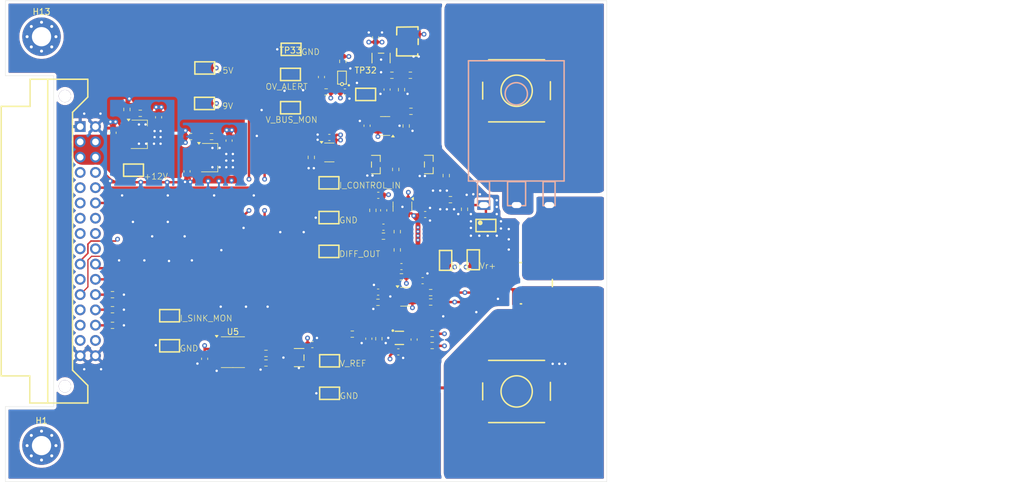
<source format=kicad_pcb>
(kicad_pcb (version 20241229) (generator "pcbnew") (generator_version "9.0")
  (layers (0 "F.Cu" signal) (4 "In1.Cu" power "GND") (6 "In2.Cu" power "POWER") (2 "B.Cu" signal) (13 "F.Paste" user) (15 "B.Paste" user) (5 "F.SilkS" user "F.Silkscreen") (7 "B.SilkS" user "B.Silkscreen") (1 "F.Mask" user) (3 "B.Mask" user) (25 "Edge.Cuts" user))
  (net 0 "")
  (net 1 "GND")
  (net 2 "+12V")
  (net 3 "Net-(U7-IN+)")
  (net 4 "+9V")
  (net 5 "+5V")
  (net 6 "Net-(U6-Rext{slash}Cext)")
  (net 7 "Net-(U6-Cext)")
  (net 8 "Net-(U10-+)")
  (net 9 "Net-(U10--)")
  (net 10 "Net-(C15-Pad1)")
  (net 11 "Net-(C16-Pad2)")
  (net 12 "Net-(U11--)")
  (net 13 "Net-(C18-Pad1)")
  (net 14 "Net-(C19-Pad2)")
  (net 15 "Net-(U12-IN-)")
  (net 16 "Net-(U12-IN+)")
  (net 17 "~{ENABLE}")
  (net 18 "Net-(Q1-D)")
  (net 19 "Net-(Q2-D)")
  (net 20 "Net-(Q3-S)")
  (net 21 "VBUS")
  (net 22 "/ch0/MOS_G")
  (net 23 "ENABLE")
  (net 24 "Net-(U1-ADJ)")
  (net 25 "Net-(R4-Pad2)")
  (net 26 "Net-(U3-ADJ)")
  (net 27 "Net-(U7-IN-)")
  (net 28 "Net-(U6-~{CLR})")
  (net 29 "Net-(U22-IN+)")
  (net 30 "Net-(U5-Vout)")
  (net 31 "Net-(U8-+)")
  (net 32 "/ch0/V_Rs0p")
  (net 33 "/ch0/V_Rs0n")
  (net 34 "I_CONTROL")
  (net 35 "Net-(R21-Pad1)")
  (net 36 "/I_SINK_MON_CH0")
  (net 43 "Net-(U6-B)")
  (net 44 "TEMP_MON")
  (net 45 "V_BUS_MON")
  (net 46 "OC_ALERT")
  (net 53 "OV_ALERT")
  (net 57 "/ch0/V_REF_FIL")
  (net 59 "V_REF")
  (net 63 "/I_SINK_MON_CH1")
  (net 64 "/I_SINK_MON_CH2")
  (net 65 "/I_SINK_MON_CH3")
  (net 66 "GNDPWR")
  (footprint "Resistor_SMD:R_0603_1608Metric" (layer "F.Cu") (at 110.3544 63.8972 -90)
    (property "Reference" "R10" (hide yes))
    (property "Value" "10k")
  )
  (footprint "Capacitor_SMD:C_0603_1608Metric" (layer "F.Cu") (at 110.7057 68.9834 180)
    (property "Reference" "C10" (hide yes))
    (property "Value" "100n")
  )
  (footprint "programmable-load-library:CONN-SMD_L10.8-W10.0-LS17.4" (layer "F.Cu") (at 139.2544 118.7972 90)
    (property "Reference" "CN3" (hide yes))
    (property "Value" "BTC22M4NBB4SCM")
  )
  (footprint "Package_TO_SOT_SMD:TSOT-23-5" (layer "F.Cu") (at 117.391899 74.6472 180)
    (property "Reference" "U8" (hide yes))
    (property "Value" "OPA188xxDBV")
  )
  (footprint "Capacitor_SMD:C_0603_1608Metric" (layer "F.Cu") (at 122.2127 110.1602 90)
    (property "Reference" "C20" (hide yes))
    (property "Value" "10n")
  )
  (footprint "Resistor_SMD:R_0603_1608Metric" (layer "F.Cu") (at 130.5972 88.4972 90)
    (property "Reference" "R29" (hide yes))
    (property "Value" "10k")
  )
  (footprint "Resistor_SMD:R_0603_1608Metric" (layer "F.Cu") (at 128.2544 86.8972)
    (property "Reference" "R26" (hide yes))
    (property "Value" "100")
  )
  (footprint "Resistor_SMD:R_0603_1608Metric" (layer "F.Cu") (at 121.5932 66.2084 180)
    (property "Reference" "R4" (hide yes))
    (property "Value" "11k")
  )
  (footprint "programmable-load-library:SMD_RH-5015" (layer "F.Cu") (at 87.4044 64.9972)
    (property "Reference" "TP10" (hide yes))
    (property "Value" "+5v")
  )
  (footprint "Resistor_SMD:R_0603_1608Metric" (layer "F.Cu") (at 72.0544 102.6972)
    (property "Reference" "R76" (hide yes))
    (property "Value" "10k")
  )
  (footprint "Resistor_SMD:R_0603_1608Metric" (layer "F.Cu") (at 105.1169 79.8722 -90)
    (property "Reference" "R1" (hide yes))
    (property "Value" "R")
  )
  (footprint "Capacitor_SMD:C_0603_1608Metric" (layer "F.Cu") (at 120.1036 98.0316)
    (property "Reference" "C15" (hide yes))
    (property "Value" "100p")
  )
  (footprint "Resistor_SMD:R_0603_1608Metric" (layer "F.Cu") (at 119.1544 81.8722 -90)
    (property "Reference" "R19" (hide yes))
    (property "Value" "0")
  )
  (footprint "Resistor_SMD:R_0603_1608Metric" (layer "F.Cu") (at 120.1182 68.6084 90)
    (property "Reference" "R5" (hide yes))
    (property "Value" "1k")
  )
  (footprint "Resistor_SMD:R_0603_1608Metric" (layer "F.Cu") (at 120.1044 99.7332)
    (property "Reference" "R20" (hide yes))
    (property "Value" "50k")
  )
  (footprint "programmable-load-library:SMD_RH-5015" (layer "F.Cu") (at 114.1544 69.3972)
    (property "Reference" "TP32")
    (property "Value" "VBUS_COMP_OUT")
  )
  (footprint "programmable-load-library:SOT-23-3_L2.9-W1.3-P1.90-LS2.4-BR" (layer "F.Cu") (at 124.6544 81.0472 180)
    (property "Reference" "Q2" (hide yes))
    (property "Value" "AO3400A")
  )
  (footprint "Package_TO_SOT_SMD:SOT-89-3" (layer "F.Cu") (at 76.5 76.0378)
    (property "Reference" "U1" (hide yes))
    (property "Value" "LM317_SOT-223")
  )
  (footprint "programmable-load-library:SMD_RH-5015" (layer "F.Cu") (at 101.6544 66.07)
    (property "Reference" "TP33")
    (property "Value" "OV_ALERT")
  )
  (footprint "Package_TO_SOT_SMD:SOT-23-5" (layer "F.Cu") (at 108.1169 79.0472)
    (property "Reference" "U2" (hide yes))
    (property "Value" "74AHC1G04")
  )
  (footprint "Resistor_SMD:R_0603_1608Metric" (layer "F.Cu") (at 118.5182 66.2084 180)
    (property "Reference" "R8" (hide yes))
    (property "Value" "0")
  )
  (footprint "Capacitor_SMD:C_0603_1608Metric" (layer "F.Cu") (at 117.1138 91.4712 180)
    (property "Reference" "C16" (hide yes))
    (property "Value" "47n")
  )
  (footprint "Capacitor_SMD:C_0603_1608Metric" (layer "F.Cu") (at 106.8057 66.5084 90)
    (property "Reference" "C9" (hide yes))
    (property "Value" "100n")
  )
  (footprint "Capacitor_SMD:C_0603_1608Metric" (layer "F.Cu") (at 116.2544 86.1726 180)
    (property "Reference" "C19" (hide yes))
    (property "Value" "10n")
  )
  (footprint "Resistor_SMD:R_0603_1608Metric" (layer "F.Cu") (at 116.2044 103.9726 180)
    (property "Reference" "R16" (hide yes))
    (property "Value" "50k")
  )
  (footprint "Resistor_SMD:R_0603_1608Metric" (layer "F.Cu") (at 125.2127 111.1602)
    (property "Reference" "R27" (hide yes))
    (property "Value" "0" (hide yes))
  )
  (footprint "Resistor_SMD:R_0603_1608Metric" (layer "F.Cu") (at 120.891899 74.6472 90)
    (property "Reference" "R15" (hide yes))
    (property "Value" "1k")
  )
  (footprint "Resistor_SMD:R_0603_1608Metric" (layer "F.Cu") (at 76.675 72.5378 180)
    (property "Reference" "R2" (hide yes))
    (property "Value" "240")
  )
  (footprint "NetTie:NetTie-2_SMD_Pad0.5mm" (layer "F.Cu") (at 126.9544 118.1972 180)
    (property "Reference" "NT1" (hide yes))
    (property "Value" "NetTie_2" (hide yes))
  )
  (footprint "Resistor_SMD:R_0603_1608Metric" (layer "F.Cu") (at 97.5794 112.4622)
    (property "Reference" "R11" (hide yes))
    (property "Value" "24k")
  )
  (footprint "MountingHole:MountingHole_3.2mm_M3_Pad_Via" (layer "F.Cu") (at 60.2544 127.7972)
    (property "Reference" "H1")
    (property "Value" "MountingHole_Pad")
  )
  (footprint "Package_TO_SOT_SMD:SOT-89-3" (layer "F.Cu") (at 88.2044 79.909)
    (property "Reference" "U3" (hide yes))
    (property "Value" "LM317_SOT-223")
  )
  (footprint "programmable-load-library:SOT-23-5_L2.9-W1.6-P0.95-LS2.8-TL" (layer "F.Cu") (at 116.7182 63.3584 90)
    (property "Reference" "U7" (hide yes))
    (property "Value" "ALERT_COMP_OUT")
  )
  (footprint "Resistor_SMD:R_0603_1608Metric" (layer "F.Cu") (at 127.5544 82.8972 -90)
    (property "Reference" "R24" (hide yes))
    (property "Value" "0")
  )
  (footprint "programmable-load-library:SMD_RH-5015" (layer "F.Cu") (at 108.1544 119.0972)
    (property "Reference" "TP21" (hide yes))
    (property "Value" "GND")
  )
  (footprint "programmable-load-library:SMD_RH-5015" (layer "F.Cu") (at 132.0544 96.8972 90)
    (property "Reference" "TP12" (hide yes))
    (property "Value" "V_SHUNT_P")
  )
  (footprint "Capacitor_SMD:C_0603_1608Metric" (layer "F.Cu") (at 84.4544 82.1972 -90)
    (property "Reference" "C4" (hide yes))
    (property "Value" "100n")
  )
  (footprint "Resistor_SMD:R_0603_1608Metric" (layer "F.Cu") (at 85.0294 76.409 180)
    (property "Reference" "R7" (hide yes))
    (property "Value" "1488")
  )
  (footprint "Capacitor_SMD:C_0603_1608Metric" (layer "F.Cu") (at 115.8182 59.9084 -90)
    (property "Reference" "C7" (hide yes))
    (property "Value" "100n")
  )
  (footprint "Capacitor_SMD:C_0603_1608Metric" (layer "F.Cu") (at 124.0544 89.3726 180)
    (property "Reference" "C17" (hide yes))
    (property "Value" "100n")
  )
  (footprint "Capacitor_SMD:C_0603_1608Metric" (layer "F.Cu") (at 79.725 73.2016 90)
    (property "Reference" "C3" (hide yes))
    (property "Value" "1u")
  )
  (footprint "Resistor_SMD:R_0603_1608Metric" (layer "F.Cu") (at 121.688799 72.208 180)
    (property "Reference" "R14" (hide yes))
    (property "Value" "11.5k")
  )
  (footprint "Capacitor_SMD:C_0603_1608Metric" (layer "F.Cu") (at 105.2918 111.0094)
    (property "Reference" "C49" (hide yes))
    (property "Value" "1u")
  )
  (footprint "Resistor_SMD:R_0603_1608Metric" (layer "F.Cu") (at 125.2127 109.1602)
    (property "Reference" "R28" (hide yes))
    (property "Value" "0")
  )
  (footprint "Resistor_SMD:R_0603_1608Metric" (layer "F.Cu") (at 119.4128 92.22 -90)
    (property "Reference" "R23" (hide yes))
    (property "Value" "500")
  )
  (footprint "Package_SO:SOIC-8_3.9x4.9mm_P1.27mm" (layer "F.Cu") (at 92.0794 112.2622)
    (property "Reference" "U5")
    (property "Value" "REF5025AD")
  )
  (footprint "Capacitor_SMD:C_0603_1608Metric" (layer "F.Cu") (at 117.7182 68.5834 90)
    (property "Reference" "C5" (hide yes))
    (property "Value" "100n")
  )
  (footprint "programmable-load-library:SMD_RH-5015" (layer "F.Cu") (at 75.5544 81.9972)
    (property "Reference" "TP1" (hide yes))
    (property "Value" "+12v")
  )
  (footprint "Capacitor_SMD:C_0603_1608Metric" (layer "F.Cu") (at 72.1544 75.7722 90)
    (property "Reference" "C1" (hide yes))
    (property "Value" "100n")
  )
  (footprint "Resistor_SMD:R_0603_1608Metric" (layer "F.Cu") (at 124.9657 102.351)
    (property "Reference" "R17" (hide yes))
    (property "Value" "1k")
  )
  (footprint "programmable-load-library:SMD_RH-5015" (layer "F.Cu") (at 81.5544 111.1972)
    (property "Reference" "TP22" (hide yes))
    (property "Value" "GND")
  )
  (footprint "programmable-load-library:SMD_RH-5015" (layer "F.Cu") (at 108.0544 84.0972)
    (property "Reference" "TP0c1" (hide yes))
    (property "Value" "I_CONTROL_IN")
  )
  (footprint "programmable-load-library:SMD_RH-5015" (layer "F.Cu") (at 127.4544 96.9972 90)
    (property "Reference" "TP16" (hide yes))
    (property "Value" "V_SHUNT_N")
  )
  (footprint "Resistor_SMD:R_0603_1608Metric" (layer "F.Cu") (at 88.5294 76.409 180)
    (property "Reference" "R6" (hide yes))
    (property "Value" "240")
  )
  (footprint "Resistor_SMD:R_0603_1608Metric" (layer "F.Cu") (at 111.9348 109.2602)
    (property "Reference" "R72" (hide yes))
    (property "Value" "100")
  )
  (footprint "Resistor_SMD:R_0603_1608Metric" (layer "F.Cu") (at 72.0544 105.1972)
    (property "Reference" "R77" (hide yes))
    (property "Value" "10k")
  )
  (footprint "programmable-load-library:SMD_RH-5015" (layer "F.Cu") (at 108.1544 113.6972)
    (property "Reference" "TP30" (hide yes))
    (property "Value" "REF")
  )
  (footprint "programmable-load-library:SMD_RH-5015" (layer "F.Cu") (at 134.1544 91.1972)
    (property "Reference" "TP3" (hide yes))
    (property "Value" "MOS_G")
  )
  (footprint "programmable-load-library:RES-SMD_4P-L6.9-W6.6_SBB-K-2F-N-T5" (layer "F.Cu") (at 140.9344 100.7972 -90)
    (property "Reference" "R_SHUNT1" (hide yes))
    (property "Value" "BVB-M-R001-1.0")
  )
  (footprint "Capacitor_SMD:C_0603_1608Metric" (layer "F.Cu") (at 87.3794 113.3622 -90)
    (property "Reference" "C8" (hide yes))
    (property "Value" "1u")
  )
  (footprint "Capacitor_SMD:C_0603_1608Metric" (layer "F.Cu") (at 123.6294 100.3726 180)
    (property "Reference" "C14" (hide yes))
    (property "Value" "100n")
  )
  (footprint "programmable-load-library:PG-TO247-3_L15.9-W5.2-P5.44-L_1_Horizontal" (layer "F.Cu") (at 139.2544 87.7972)
    (property "Reference" "Q3" (hide yes))
    (property "Value" "IRFP7530PBF")
  )
  (footprint "Capacitor_SMD:C_0603_1608Metric" (layer "F.Cu") (at 119.5877 112.215 180)
    (property "Reference" "C21" (hide yes))
    (property "Value" "100n")
  )
  (footprint "Resistor_SMD:R_0603_1608Metric" (layer "F.Cu") (at 72.0544 107.7972)
    (property "Reference" "R78" (hide yes))
    (property "Value" "10k")
  )
  (footprint "Capacitor_SMD:C_0603_1608Metric" (layer "F.Cu") (at 108.1169 76.5472)
    (property "Reference" "C2" (hide yes))
    (property "Value" "100n")
  )
  (footprint "programmable-load-library:SMD_RH-5015" (layer "F.Cu") (at 87.3544 70.8972)
    (property "Reference" "TP11" (hide yes))
    (property "Value" "+9v")
  )
  (footprint "programmable-load-library:SMD_RH-5015" (layer "F.Cu") (at 81.5544 106.1972)
    (property "Reference" "TP0a1" (hide yes))
    (property "Value" "I_SINK_MON")
  )
  (footprint "Resistor_SMD:R_0603_1608Metric" (layer "F.Cu") (at 116.3544 110.0222 -90)
    (property "Reference" "C53" (hide yes))
    (property "Value" "1u")
  )
  (footprint "programmable-load-library:SMD_RH-5015" (layer "F.Cu") (at 101.6544 71.6072)
    (property "Reference" "TP31" (hide yes))
    (property "Value" "V_BUS_MON")
  )
  (footprint "Package_TO_SOT_SMD:TSOT-23-5" (layer "F.Cu") (at 120.7493 103.0481)
    (property "Reference" "U10" (hide yes))
    (property "Value" "OPA188xxDBV" (hide yes))
  )
  (footprint "programmable-load-library:SOT-23-5_L2.9-W1.6-P0.95-LS2.8-TL" (layer "F.Cu") (at 103.0794 113.1622)
    (property "Reference" "U22" (hide yes))
    (property "Value" "TL081HIDBVR")
  )
  (footprint "programmable-load-library:RES-ADJ-SMD_3224W" (layer "F.Cu") (at 121.0642 60.636 90)
    (property "Reference" "R9" (hide yes))
    (property "Value" "3224W-1-103E")
  )
  (footprint "Capacitor_SMD:C_0603_1608Metric" (layer "F.Cu") (at 117.1544 88.6722 -90)
    (property "Reference" "C18" (hide yes))
    (property "Value" "1n")
  )
  (footprint "programmable-load-library:SMD_RH-5015" (layer "F.Cu") (at 108.0544 89.8772)
    (property "Reference" "TP26" (hide yes))
    (property "Value" "GND")
  )
  (footprint "Resistor_SMD:R_0603_1608Metric" (layer "F.Cu") (at 74.4544 71.8972 90)
    (property "Reference" "R3" (hide yes))
    (property "Value" "720")
  )
  (footprint "Capacitor_SMD:C_0603_1608Metric" (layer "F.Cu") (at 114.678 110.0222 -90)
    (property "Reference" "C11" (hide yes))
    (property "Value" "100n")
  )
  (footprint "Resistor_SMD:R_0603_1608Metric" (layer "F.Cu") (at 119.4128 95.2558 -90)
    (property "Reference" "R21" (hide yes))
    (property "Value" "47")
  )
  (footprint "programmable-load-library:CONN-TH_3511232BMRS0BNA2" (layer "F.Cu") (at 67.9544 93.7972 -90)
    (property "Reference" "CN1" (hide yes))
    (property "Value" "3511232BMRS0BNA2")
  )
  (footprint "MountingHole:MountingHole_3.2mm_M3_Pad_Via" (layer "F.Cu") (at 60.2544 59.7972)
    (property "Reference" "H13")
    (property "Value" "MountingHole_Pad")
  )
  (footprint "programmable-load-library:SMD_RH-5015" (layer "F.Cu") (at 108.0544 95.4972)
    (property "Reference" "TP2" (hide yes))
    (property "Value" "DIFF_OUT")
  )
  (footprint "programmable-load-library:SMD_RH-5015" (layer "F.Cu") (at 101.7544 61.8972)
    (property "Reference" "TP20" (hide yes))
    (property "Value" "GND")
  )
  (footprint "Resistor_SMD:R_0603_1608Metric" (layer "F.Cu") (at 124.9657 103.9258)
    (property "Reference" "R18" (hide yes))
    (property "Value" "1k")
  )
  (footprint "programmable-load-library:SC-70-6_L2.2-W1.3-P0.65-LS2.1-BR" (layer "F.Cu") (at 119.7627 109.8852 180)
    (property "Reference" "U12" (hide yes))
    (property "Value" "INA186A1IDCKR" (hide yes))
  )
  (footprint "programmable-load-library:VSSOP-8_L2.3-W2.0-P0.50-LS3.1-BL" (layer "F.Cu") (at 110.2245 66.6086 90)
    (property "Reference" "U6" (hide yes))
    (property "Value" "SN74LVC1G123DCUR_C352969" (hide yes))
  )
  (footprint "Capacitor_SMD:C_0603_1608Metric" (layer "F.Cu") (at 116.2294 102.2726 180)
    (property "Reference" "C13" (hide yes))
    (property "Value" "100p")
  )
  (footprint "Resistor_SMD:R_0603_1608Metric" (layer "F.Cu") (at 97.5794 114.0622 180)
    (property "Reference" "R12" (hide yes))
    (property "Value" "1k")
  )
  (footprint "Resistor_SMD:R_0603_1608Metric" (layer "F.Cu") (at 117.1146 92.9698)
    (property "Reference" "R22" (hide yes))
    (property "Value" "1k")
  )
  (footprint "Resistor_SMD:R_0603_1608Metric" (layer "F.Cu") (at 115.3544 88.6722 90)
    (property "Reference" "R25" (hide yes))
    (property "Value" "1k")
  )
  (footprint "Capacitor_SMD:C_0603_1608Metric" (layer "F.Cu") (at 114.388799 74.608 -90)
    (property "Reference" "C12" (hide yes))
    (property "Value" "100n")
  )
  (footprint "programmable-load-library:SOT-23-3_L2.9-W1.3-P1.90-LS2.4-BR" (layer "F.Cu") (at 115.8524 81.0594 180)
    (property "Reference" "Q1" (hide yes))
    (property "Value" "AO3400A")
  )
  (footprint "Resistor_SMD:R_0603_1608Metric" (layer "F.Cu") (at 107.5807 68.9834)
    (property "Reference" "R13" (hide yes))
    (property "Value" "10k")
  )
  (footprint "Capacitor_SMD:C_0603_1608Metric" (layer "F.Cu") (at 91.4432 77.0802 90)
    (property "Reference" "C6" (hide yes))
    (property "Value" "1u" (hide yes))
  )
  (footprint "programmable-load-library:CONN-SMD_L10.8-W10.0-LS17.4" (layer "F.Cu") (at 139.2544 68.7972 90)
    (property "Reference" "CN2" (hide yes))
    (property "Value" "BTC22M4NBB4SCM")
  )
  (footprint "Package_TO_SOT_SMD:TSOT-23-5" (layer "F.Cu") (at 120.271 88.0515 -90)
    (property "Reference" "U11" (hide yes))
    (property "Value" "OPA188xxDBV")
  )
  (gr_line (start 54.2544 66.2972) (end 54.2544 53.7972) (stroke (width 0.05)) (layer "Edge.Cuts"))
  (gr_line (start 154.2544 53.7972) (end 154.2544 133.7972) (stroke (width 0.05)) (layer "Edge.Cuts"))
  (gr_line (start 54.2544 53.7972) (end 154.2544 53.7972) (stroke (width 0.05)) (layer "Edge.Cuts"))
  (gr_line (start 62.2544 66.2972) (end 54.2544 66.2972) (stroke (width 0.05)) (layer "Edge.Cuts"))
  (gr_line (start 62.2544 66.2972) (end 62.2544 121.2972) (stroke (width 0.05)) (layer "Edge.Cuts"))
  (gr_line (start 62.2544 121.2972) (end 54.2544 121.2972) (stroke (width 0.05)) (layer "Edge.Cuts"))
  (gr_line (start 54.2544 133.7972) (end 54.2544 121.2972) (stroke (width 0.05)) (layer "Edge.Cuts"))
  (gr_line (start 154.2544 133.7972) (end 54.2544 133.7972) (stroke (width 0.05)) (layer "Edge.Cuts"))
  (gr_text "Vr+" (at 133.0544 98.4972 0) (layer "F.SilkS") (effects (font (size 1 1) (thickness 0.1)) (justify left bottom)))
  (gr_text "GND" (at 109.8044 120.1172 0) (layer "F.SilkS") (effects (font (size 1 1) (thickness 0.1)) (justify left bottom)))
  (gr_text "V_BUS_MON" (at 97.4544 74.1972 0) (layer "F.SilkS") (effects (font (size 1 1) (thickness 0.1)) (justify left bottom)))
  (gr_text "+5V\n" (at 89.0544 66.0172 0) (layer "F.SilkS") (effects (font (size 1 1) (thickness 0.1)) (justify left bottom)))
  (gr_text "Vr-" (at 128.5544 98.5972 0) (layer "F.SilkS") (effects (font (size 1 1) (thickness 0.1)) (justify left bottom)))
  (gr_text "GND" (at 83.2044 112.2172 0) (layer "F.SilkS") (effects (font (size 1 1) (thickness 0.1)) (justify left bottom)))
  (gr_text "I_CONTROL_IN" (at 109.7044 85.1172 0) (layer "F.SilkS") (effects (font (size 1 1) (thickness 0.1)) (justify left bottom)))
  (gr_text "+9V\n" (at 89.0044 71.9172 0) (layer "F.SilkS") (effects (font (size 1 1) (thickness 0.1)) (justify left bottom)))
  (gr_text "DIFF_OUT" (at 109.7044 96.5172 0) (layer "F.SilkS") (effects (font (size 1 1) (thickness 0.1)) (justify left bottom)))
  (gr_text "GND" (at 109.7044 90.8972 0) (layer "F.SilkS") (effects (font (size 1 1) (thickness 0.1)) (justify left bottom)))
  (gr_text "I_SINK_MON" (at 83.2044 107.2172 0) (layer "F.SilkS") (effects (font (size 1 1) (thickness 0.1)) (justify left bottom)))
  (gr_text "V_REF" (at 109.8044 114.7172 0) (layer "F.SilkS") (effects (font (size 1 1) (thickness 0.1)) (justify left bottom)))
  (gr_text "+12V\n" (at 77.2044 83.6172 0) (layer "F.SilkS") (effects (font (size 1 1) (thickness 0.1)) (justify left bottom)))
  (gr_text "GND" (at 103.4044 62.9172 0) (layer "F.SilkS") (effects (font (size 1 1) (thickness 0.1)) (justify left bottom)))
  (gr_text "OV_ALERT" (at 97.4544 68.6972 0) (layer "F.SilkS") (effects (font (size 1 1) (thickness 0.1)) (justify left bottom)))
  (segment (start 105.8544 89.8972) (end 108.0544 89.8972) (width 0.4) (layer "F.Cu") (net 1))
  (segment (start 112.6219 67.3996) (end 111.6245 67.3996) (width 0.4) (layer "F.Cu") (net 1))
  (segment (start 117.4934 110.7462) (end 116.4554 110.7462) (width 0.4) (layer "F.Cu") (net 1))
  (segment (start 124.01 82.9632) (end 124.01 82.4512) (width 0.3) (layer "F.Cu") (net 1))
  (segment (start 120.271 87.576499) (end 120.271 88.0972) (width 0.254) (layer "F.Cu") (net 1))
  (segment (start 114.363799 73.808) (end 114.388799 73.833) (width 0.4) (layer "F.Cu") (net 1))
  (segment (start 124.01 82.4512) (end 123.6052 82.0464) (width 0.3) (layer "F.Cu") (net 1))
  (segment (start 115.5294 101.0726) (end 115.5294 102.1976) (width 0.4) (layer "F.Cu") (net 1))
  (segment (start 122.9818 63.1084) (end 122.9818 62.5964) (width 0.3) (layer "F.Cu") (net 1))
  (segment (start 124.4294 100.3476) (end 124.4044 100.3726) (width 0.4) (layer "F.Cu") (net 1))
  (segment (start 119.5609 102.9972) (end 119.6118 103.0481) (width 0.254) (layer "F.Cu") (net 1))
  (segment (start 74.896 70.5434) (end 74.4372 71.0022) (width 0.3) (layer "F.Cu") (net 1))
  (segment (start 87.3544 114.1622) (end 87.3794 114.1372) (width 0.4) (layer "F.Cu") (net 1))
  (segment (start 116.873 59.0972) (end 115.8544 59.0972) (width 0.4) (layer "F.Cu") (net 1))
  (segment (start 118.2544 102.9972) (end 118.291 102.9606) (width 0.254) (layer "F.Cu") (net 1))
  (segment (start 116.7182 65.7084) (end 116.7182 63.6084) (width 0.2) (layer "F.Cu") (net 1))
  (segment (start 99.4544 61.8972) (end 101.6544 61.8972) (width 0.4) (layer "F.Cu") (net 1))
  (segment (start 71.7046 73.9496) (end 71.7046 74.4616) (width 0.3) (layer "F.Cu") (net 1))
  (segment (start 120.911299 75.4528) (end 120.891899 75.4722) (width 0.4) (layer "F.Cu") (net 1))
  (segment (start 112.7057 67.4834) (end 112.6219 67.3996) (width 0.4) (layer "F.Cu") (net 1))
  (segment (start 106.0544 109.8972) (end 106.0544 110.997) (width 0.4) (layer "F.Cu") (net 1))
  (segment (start 86.1794 114.1622) (end 87.3544 114.1622) (width 0.4) (layer "F.Cu") (net 1))
  (segment (start 106.172 76.0756) (end 106.63 76.0756) (width 0.3) (layer "F.Cu") (net 1))
  (segment (start 84.114 83.9514) (end 84.114 83.4934) (width 0.3) (layer "F.Cu") (net 1))
  (segment (start 111.4544 70.0972) (end 111.4544 69.0097) (width 0.4) (layer "F.Cu") (net 1))
  (segment (start 84.114 83.4934) (end 84.5728 83.0346) (width 0.3) (layer "F.Cu") (net 1))
  (segment (start 115.782 59.0972) (end 115.8182 59.1334) (width 0.4) (layer "F.Cu") (net 1))
  (segment (start 113.4934 110.7462) (end 114.627 110.7462) (width 0.4) (layer "F.Cu") (net 1))
  (segment (start 115.4294 105.0726) (end 115.4294 104.0226) (width 0.4) (layer "F.Cu") (net 1))
  (segment (start 91.04 75.8298) (end 91.4448 76.2346) (width 0.3) (layer "F.Cu") (net 1))
  (segment (start 84.1742 75.4052) (end 84.1742 77.4052) (width 0.4) (layer "F.Cu") (net 1))
  (segment (start 115.4294 104.0226) (end 115.3794 103.9726) (width 0.4) (layer "F.Cu") (net 1))
  (segment (start 89.3794 115.3622) (end 89.3794 114.4922) (width 0.4) (layer "F.Cu") (net 1))
  (segment (start 91.04 75.3178) (end 91.04 75.8298) (width 0.3) (layer "F.Cu") (net 1))
  (segment (start 111.6057 65.0834) (end 111.6057 65.8176) (width 0.4) (layer "F.Cu") (net 1))
  (segment (start 104.6738 81.2056) (end 105.1326 80.7468) (width 0.3) (layer "F.Cu") (net 1))
  (segment (start 114.43 82.889) (end 114.43 82.431) (width 0.3) (layer "F.Cu") (net 1))
  (segment (start 124.8544 90.3726) (end 124.8544 88.2726) (width 0.4) (layer "F.Cu") (net 1))
  (segment (start 117.9127 109.8852) (end 118.8127 109.8852) (width 0.254) (layer "F.Cu") (net 1))
  (segment (start 115.5294 102.1976) (end 115.4544 102.2726) (width 0.4) (layer "F.Cu") (net 1))
  (segment (start 120.271 88.0972) (end 120.271 86.914) (width 0.254) (layer "F.Cu") (net 1))
  (segment (start 105.1169 80.6972) (end 106.2794 80.6972) (width 0.4) (layer "F.Cu") (net 1))
  (segment (start 96.6794 114.1372) (end 96.7544 114.0622) (width 0.4) (layer "F.Cu") (net 1))
  (segment (start 87.5094 114.2672) (end 87.3794 114.1372) (width 0.4) (layer "F.Cu") (net 1))
  (segment (start 115.2936 82.889) (end 115.2936 82.377) (width 0.3) (layer "F.Cu") (net 1))
  (segment (start 91.9036 75.7758) (end 91.4448 76.2346) (width 0.3) (layer "F.Cu") (net 1))
  (segment (start 117.6682 69.3084) (end 117.7182 69.3584) (width 0.4) (layer "F.Cu") (net 1))
  (segment (start 123.1464 82.5052) (end 123.6052 82.0464) (width 0.3) (layer "F.Cu") (net 1))
  (segment (start 116.4554 110.7462) (end 116.3544 110.8472) (width 0.4) (layer "F.Cu") (net 1))
  (segment (start 118.568599 74.608) (end 118.529399 74.6472) (width 0.4) (layer "F.Cu") (net 1))
  (segment (start 122.9818 62.5964) (end 122.577 62.1916) (width 0.3) (layer "F.Cu") (net 1))
  (segment (start 73.9544 107.7972) (end 72.8794 107.7972) (width 0.4) (layer "F.Cu") (net 1))
  (segment (start 73.9544 105.1972) (end 72.8794 105.1972) (width 0.4) (layer "F.Cu") (net 1))
  (segment (start 72.5682 73.9496) (end 72.5682 74.4076) (width 0.3) (layer "F.Cu") (net 1))
  (segment (start 84.9776 83.9514) (end 84.9776 83.4394) (width 0.3) (layer "F.Cu") (net 1))
  (segment (start 74.896 70.0854) (end 74.896 70.5434) (width 0.3) (layer "F.Cu") (net 1))
  (segment (start 124.4294 99.1726) (end 124.4294 100.3476) (width 0.4) (layer "F.Cu") (net 1))
  (segment (start 114.627 110.7462) (end 114.678 110.7972) (width 0.4) (layer "F.Cu") (net 1))
  (segment (start 111.6057 65.8176) (end 111.6245 65.8176) (width 0.4) (layer "F.Cu") (net 1))
  (segment (start 105.9544 119.0972) (end 108.1544 119.0972) (width 0.4) (layer "F.Cu") (net 1))
  (segment (start 84.9776 83.4394) (end 84.5728 83.0346) (width 0.3) (layer "F.Cu") (net 1))
  (segment (start 104.6738 81.6636) (end 104.6738 81.2056) (width 0.3) (layer "F.Cu") (net 1))
  (segment (start 89.6044 114.2672) (end 87.5094 114.2672) (width 0.4) (layer "F.Cu") (net 1))
  (segment (start 123.1464 82.9632) (end 123.1464 82.5052) (width 0.3) (layer "F.Cu") (net 1))
  (segment (start 115.8544 59.0972) (end 115.8182 59.1334) (width 0.4) (layer "F.Cu") (net 1))
  (segment (start 106.63 76.0756) (end 107.0888 76.5344) (width 0.3) (layer "F.Cu") (net 1))
  (segment (start 106.684 76.9392) (end 107.0888 76.5344) (width 0.3) (layer "F.Cu") (net 1))
  (segment (start 121.1182 69.3084) (end 120.2432 69.3084) (width 0.4) (layer "F.Cu") (net 1))
  (segment (start 105.5374 81.1516) (end 105.1326 80.7468) (width 0.3) (layer "F.Cu") (net 1))
  (segment (start 131.6544 89.2972) (end 129.5544 89.2972) (width 0.4) (layer "F.Cu") (net 1))
  (segment (start 79.2544 111.0972) (end 81.4544 111.0972) (width 0.4) (layer "F.Cu") (net 1))
  (segment (start 80.1838 71.9678) (end 79.725 72.4266) (width 0.3) (layer "F.Cu") (net 1))
  (segment (start 89.3794 114.4922) (end 89.6044 114.2672) (width 0.4) (layer "F.Cu") (net 1))
  (segment (start 71.7046 74.4616) (end 72.1094 74.8664) (width 0.3) (layer "F.Cu") (net 1))
  (segment (start 121.943999 75.4528) (end 120.911299 75.4528) (width 0.4) (layer "F.Cu") (net 1))
  (segment (start 119.5243 102.9606) (end 119.6118 103.0481) (width 0.254) (layer "F.Cu") (net 1))
  (segment (start 121.158599 75.4722) (end 120.891899 75.4722) (width 0.4) (layer "F.Cu") (net 1))
  (segment (start 100.4794 113.1622) (end 101.7794 113.1622) (width 0.4) (layer "F.Cu") (net 1))
  (segment (start 115.2936 82.377) (end 114.8888 81.9722) (width 0.3) (layer "F.Cu") (net 1))
  (segment (start 106.0544 110.997) (end 106.0668 111.0094) (width 0.4) (layer "F.Cu") (net 1))
  (segment (start 122.1182 62.6504) (end 122.577 62.1916) (width 0.3) (layer "F.Cu") (net 1))
  (segment (start 120.3877 113.215) (end 120.3877 112.24) (width 0.4) (layer "F.Cu") (net 1))
  (segment (start 105.5374 81.6636) (end 105.5374 81.1516) (width 0.3) (layer "F.Cu") (net 1))
  (segment (start 91.9036 75.3178) (end 91.9036 75.7758) (width 0.3) (layer "F.Cu") (net 1))
  (segment (start 116.6182 69.3084) (end 117.6682 69.3084) (width 0.4) (layer "F.Cu") (net 1))
  (segment (start 120.2432 69.3084) (end 120.1182 69.4334) (width 0.4) (layer "F.Cu") (net 1))
  (segment (start 122.1182 63.1084) (end 122.1182 62.6504) (width 0.3) (layer "F.Cu") (net 1))
  (segment (start 118.2544 102.9972) (end 119.5609 102.9972) (width 0.254) (layer "F.Cu") (net 1))
  (segment (start 119.788799 74.608) (end 118.568599 74.608) (width 0.4) (layer "F.Cu") (net 1))
  (segment (start 106.2794 80.6972) (end 106.9794 79.9972) (width 0.4) (layer "F.Cu") (net 1))
  (segment (start 113.188799 73.808) (end 114.363799 73.808) (width 0.4) (layer "F.Cu") (net 1))
  (segment (start 72.5682 74.4076) (end 72.1094 74.8664) (width 0.3) (layer "F.Cu") (net 1))
  (segment (start 96.6794 115.1622) (end 96.6794 114.1372) (width 0.4) (layer "F.Cu") (net 1))
  (segment (start 114.43 82.431) (end 114.8888 81.9722) (width 0.3) (layer "F.Cu") (net 1))
  (segment (start 114.673 59.0972) (end 115.782 59.0972) (width 0.4) (layer "F.Cu") (net 1))
  (segment (start 111.4544 69.0097) (end 111.4807 68.9834) (width 0.4) (layer "F.Cu") (net 1))
  (segment (start 120.3877 112.24) (end 120.3627 112.215) (width 0.4) (layer "F.Cu") (net 1))
  (segment (start 79.3202 72.0218) (end 79.725 72.4266) (width 0.3) (layer "F.Cu") (net 1))
  (segment (start 106.172 76.9392) (end 106.684 76.9392) (width 0.3) (layer "F.Cu") (net 1))
  (segment (start 73.9544 102.6972) (end 72.8794 102.6972) (width 0.4) (layer "F.Cu") (net 1))
  (via (at 137.9544 95.1972) (size 0.8) (drill 0.4) (layers "F.Cu" "B.Cu") (net 1))
  (via (at 75.4544 90.5972) (size 0.8) (drill 0.4) (layers "F.Cu" "B.Cu") (net 1))
  (via (at 81.2544 86.1972) (size 0.8) (drill 0.4) (layers "F.Cu" "B.Cu") (net 1))
  (via (at 77.3544 96.9972) (size 0.8) (drill 0.4) (layers "F.Cu" "B.Cu") (net 1))
  (via (at 89.7544 83.7972) (size 0.8) (drill 0.4) (layers "F.Cu" "B.Cu") (net 1))
  (via (at 115.5294 101.0726) (size 0.8) (drill 0.4) (layers "F.Cu" "B.Cu") (net 1))
  (via (at 116.7182 65.7084) (size 0.8) (drill 0.4) (layers "F.Cu" "B.Cu") (net 1))
  (via (at 100.6544 68.7972) (size 0.8) (drill 0.4) (layers "F.Cu" "B.Cu") (net 1))
  (via (at 90.0544 104.6972) (size 0.8) (drill 0.4) (layers "F.Cu" "B.Cu") (net 1))
  (via (at 81.1544 83.9972) (size 0.8) (drill 0.4) (layers "F.Cu" "B.Cu") (net 1))
  (via (at 87.9544 83.7972) (size 0.8) (drill 0.4) (layers "F.Cu" "B.Cu") (net 1))
  (via (at 84.1742 77.4052) (size 0.8) (drill 0.4) (layers "F.Cu" "B.Cu") (net 1))
  (via (at 112.7057 67.4834) (size 0.8) (drill 0.4) (layers "F.Cu" "B.Cu") (net 1))
  (via (at 137.9544 93.4972) (size 0.8) (drill 0.4) (layers "F.Cu" "B.Cu") (net 1))
  (via (at 136.6544 91.6972) (size 0.8) (drill 0.4) (layers "F.Cu" "B.Cu") (net 1))
  (via (at 76.7544 83.9972) (size 0.8) (drill 0.4) (layers "F.Cu" "B.Cu") (net 1))
  (via (at 137.9544 91.7972) (size 0.8) (drill 0.4) (layers "F.Cu" "B.Cu") (net 1))
  (via (at 79.3202 71.5098) (size 0.8) (drill 0.4) (layers "F.Cu" "B.Cu") (net 1))
  (via (at 105.8544 89.8972) (size 0.8) (drill 0.4) (layers "F.Cu" "B.Cu") (net 1))
  (via (at 103.8544 92.2972) (size 0.8) (drill 0.4) (layers "F.Cu" "B.Cu") (net 1))
  (via (at 111.4544 70.0972) (size 0.8) (drill 0.4) (layers "F.Cu" "B.Cu") (net 1))
  (via (at 105.9544 119.0972) (size 0.8) (drill 0.4) (layers "F.Cu" "B.Cu") (net 1))
  (via (at 128.8544 88.4972) (size 0.8) (drill 0.4) (layers "F.Cu" "B.Cu") (net 1))
  (via (at 132.0544 85.9972) (size 0.8) (drill 0.4) (layers "F.Cu" "B.Cu") (net 1))
  (via (at 123.1464 82.9632) (size 0.8) (drill 0.4) (layers "F.Cu" "B.Cu") (net 1))
  (via (at 135.9544 86.9972) (size 0.8) (drill 0.4) (layers "F.Cu" "B.Cu") (net 1))
  (via (at 134.4544 92.8972) (size 0.8) (drill 0.4) (layers "F.Cu" "B.Cu") (net 1))
  (via (at 122.1182 63.1084) (size 0.8) (drill 0.4) (layers "F.Cu" "B.Cu") (net 1))
  (via (at 71.6544 83.7972) (size 0.8) (drill 0.4) (layers "F.Cu" "B.Cu") (net 1))
  (via (at 104.6738 81.6636) (size 0.8) (drill 0.4) (layers "F.Cu" "B.Cu") (net 1))
  (via (at 121.943999 75.4528) (size 0.8) (drill 0.4) (layers "F.Cu" "B.Cu") (net 1))
  (via (at 124.8544 88.2726) (size 0.8) (drill 0.4) (layers "F.Cu" "B.Cu") (net 1))
  (via (at 72.5682 73.9496) (size 0.8) (drill 0.4) (layers "F.Cu" "B.Cu") (net 1))
  (via (at 120.271 88.0972) (size 0.8) (drill 0.4) (layers "F.Cu" "B.Cu") (net 1))
  (via (at 86.1794 114.1622) (size 0.8) (drill 0.4) (layers "F.Cu" "B.Cu") (net 1))
  (via (at 89.3794 115.3622) (size 0.8) (drill 0.4) (layers "F.Cu" "B.Cu") (net 1))
  (via (at 131.6544 89.2972) (size 0.8) (drill 0.4) (layers "F.Cu" "B.Cu") (net 1))
  (via (at 67.3544 115.0972) (size 0.8) (drill 0.4) (layers "F.Cu" "B.Cu") (net 1))
  (via (at 73.6544 86.1972) (size 0.8) (drill 0.4) (layers "F.Cu" "B.Cu") (net 1))
  (via (at 125.3544 85.3972) (size 0.8) (drill 0.4) (layers "F.Cu" "B.Cu") (net 1))
  (via (at 85.2544 96.9972) (size 0.8) (drill 0.4) (layers "F.Cu" "B.Cu") (net 1))
  (via (at 124.4294 99.1726) (size 0.8) (drill 0.4) (layers "F.Cu" "B.Cu") (net 1))
  (via (at 116.873 59.0972) (size 0.8) (drill 0.4) (layers "F.Cu" "B.Cu") (net 1))
  (via (at 132.5544 105.5972) (size 0.8) (drill 0.4) (layers "F.Cu" "B.Cu") (net 1))
  (via (at 114.673 59.0972) (size 0.8) (drill 0.4) (layers "F.Cu" "B.Cu") (net 1))
  (via (at 136.6544 90.4972) (size 0.8) (drill 0.4) (layers "F.Cu" "B.Cu") (net 1))
  (via (at 78.6544 92.9972) (size 0.8) (drill 0.4) (layers "F.Cu" "B.Cu") (net 1))
  (via (at 91.8544 83.6972) (size 0.8) (drill 0.4) (layers "F.Cu" "B.Cu") (net 1))
  (via (at 95.5544 86.1972) (size 0.8) (drill 0.4) (layers "F.Cu" "B.Cu") (net 1))
  (via (at 120.3877 113.215) (size 0.8) (drill 0.4) (layers "F.Cu" "B.Cu") (net 1))
  (via (at 94.2544 104.6972) (size 0.8) (drill 0.4) (layers "F.Cu" "B.Cu") (net 1))
  (via (at 135.9544 89.2972) (size 0.8) (drill 0.4) (layers "F.Cu" "B.Cu") (net 1))
  (via (at 106.172 76.9392) (size 0.8) (drill 0.4) (layers "F.Cu" "B.Cu") (net 1))
  (via (at 127.0544 106.2972) (size 0.8) (drill 0.4) (layers "F.Cu" "B.Cu") (net 1))
  (via (at 124.8544 90.3726) (size 0.8) (drill 0.4) (layers "F.Cu" "B.Cu") (net 1))
  (via (at 118.2544 102.9972) (size 0.8) (drill 0.4) (layers "F.Cu" "B.Cu") (net 1))
  (via (at 73.9544 102.6972) (size 0.8) (drill 0.4) (layers "F.Cu" "B.Cu") (net 1))
  (via (at 111.6057 65.0834) (size 0.8) (drill 0.4) (layers "F.Cu" "B.Cu") (net 1))
  (via (at 84.0544 92.9972) (size 0.8) (drill 0.4) (layers "F.Cu" "B.Cu") (net 1))
  (via (at 99.9544 92.2972) (size 0.8) (drill 0.4) (layers "F.Cu" "B.Cu") (net 1))
  (via (at 84.9776 83.9514) (size 0.8) (drill 0.4) (layers "F.Cu" "B.Cu") (net 1))
  (via (at 115.2936 82.889) (size 0.8) (drill 0.4) (layers "F.Cu" "B.Cu") (net 1))
  (via (at 133.0544 92.8972) (size 0.8) (drill 0.4) (layers "F.Cu" "B.Cu") (net 1))
  (via (at 133.1544 85.9972) (size 0.8) (drill 0.4) (layers "F.Cu" "B.Cu") (net 1))
  (via (at 130.9544 86.0972) (size 0.8) (drill 0.4) (layers "F.Cu" "B.Cu") (net 1))
  (via (at 135.9544 88.0972) (size 0.8) (drill 0.4) (layers "F.Cu" "B.Cu") (net 1))
  (via (at 126.5544 85.3972) (size 0.8) (drill 0.4) (layers "F.Cu" "B.Cu") (net 1))
  (via (at 81.2544 90.5972) (size 0.8) (drill 0.4) (layers "F.Cu" "B.Cu") (net 1))
  (via (at 115.4294 105.0726) (size 0.8) (drill 0.4) (layers "F.Cu" "B.Cu") (net 1))
  (via (at 71.7046 73.9496) (size 0.8) (drill 0.4) (layers "F.Cu" "B.Cu") (net 1))
  (via (at 119.788799 74.608) (size 0.8) (drill 0.4) (layers "F.Cu" "B.Cu") (net 1))
  (via (at 127.6544 85.3972) (size 0.8) (drill 0.4) (layers "F.Cu" "B.Cu") (net 1))
  (via (at 73.9544 105.1972) (size 0.8) (drill 0.4) (layers "F.Cu" "B.Cu") (net 1))
  (via (at 122.9818 63.1084) (size 0.8) (drill 0.4) (layers "F.Cu" "B.Cu") (net 1))
  (via (at 73.9544 107.7972) (size 0.8) (drill 0.4) (layers "F.Cu" "B.Cu") (net 1))
  (via (at 106.172 76.0756) (size 0.8) (drill 0.4) (layers "F.Cu" "B.Cu") (net 1))
  (via (at 96.8544 71.9972) (size 0.8) (drill 0.4) (layers "F.Cu" "B.Cu") (net 1))
  (via (at 90.1544 95.2972) (size 0.8) (drill 0.4) (layers "F.Cu" "B.Cu") (net 1))
  (via (at 81.4544 97.0972) (size 0.8) (drill 0.4) (layers "F.Cu" "B.Cu") (net 1))
  (via (at 126.5544 88.4972) (size 0.8) (drill 0.4) (layers "F.Cu" "B.Cu") (net 1))
  (via (at 131.6544 92.8972) (size 0.8) (drill 0.4) (layers "F.Cu" "B.Cu") (net 1))
  (via (at 131.6544 91.5972) (size 0.8) (drill 0.4) (layers "F.Cu" "B.Cu") (net 1))
  (via (at 105.5374 81.6636) (size 0.8) (drill 0.4) (layers "F.Cu" "B.Cu") (net 1))
  (via (at 100.4794 113.1622) (size 0.8) (drill 0.4) (layers "F.Cu" "B.Cu") (net 1))
  (via (at 96.6794 115.1622) (size 0.8) (drill 0.4) (layers "F.Cu" "B.Cu") (net 1))
  (via (at 91.9036 75.3178) (size 0.8) (drill 0.4) (layers "F.Cu" "B.Cu") (net 1))
  (via (at 80.1838 71.5098) (size 0.8) (drill 0.4) (layers "F.Cu" "B.Cu") (net 1))
  (via (at 70.1544 115.0972) (size 0.8) (drill 0.4) (layers "F.Cu" "B.Cu") (net 1))
  (via (at 84.1742 75.4052) (size 0.8) (drill 0.4) (layers "F.Cu" "B.Cu") (net 1))
  (via (at 97.8544 104.6972) (size 0.8) (drill 0.4) (layers "F.Cu" "B.Cu") (net 1))
  (via (at 136.1544 103.3972) (size 0.8) (drill 0.4) (layers "F.Cu" "B.Cu") (net 1))
  (via (at 103.0544 114.8972) (size 0.8) (drill 0.4) (layers "F.Cu" "B.Cu") (net 1))
  (via (at 74.8544 70.0972) (size 0.8) (drill 0.4) (layers "F.Cu" "B.Cu") (net 1))
  (via (at 91.04 75.3178) (size 0.8) (drill 0.4) (layers "F.Cu" "B.Cu") (net 1))
  (via (at 135.9544 92.8972) (size 0.8) (drill 0.4) (layers "F.Cu" "B.Cu") (net 1))
  (via (at 106.0544 109.8972) (size 0.8) (drill 0.4) (layers "F.Cu" "B.Cu") (net 1))
  (via (at 79.2544 111.0972) (size 0.8) (drill 0.4) (layers "F.Cu" "B.Cu") (net 1))
  (via (at 88.9544 86.1972) (size 0.8) (drill 0.4) (layers "F.Cu" "B.Cu") (net 1))
  (via (at 116.7182 63.6084) (size 0.8) (drill 0.4) (layers "F.Cu" "B.Cu") (net 1))
  (via (at 70.0544 72.5972) (size 0.8) (drill 0.4) (layers "F.Cu" "B.Cu") (net 1))
  (via (at 117.9127 109.8852) (size 0.8) (drill 0.4) (layers "F.Cu" "B.Cu") (net 1))
  (via (at 114.43 82.889) (size 0.8) (drill 0.4) (layers "F.Cu" "B.Cu") (net 1))
  (via (at 116.6182 69.3084) (size 0.8) (drill 0.4) (layers "F.Cu" "B.Cu") (net 1))
  (via (at 124.01 82.9632) (size 0.8) (drill 0.4) (layers "F.Cu" "B.Cu") (net 1))
  (via (at 84.114 83.9514) (size 0.8) (drill 0.4) (layers "F.Cu" "B.Cu") (net 1))
  (via (at 127.6544 88.4972) (size 0.8) (drill 0.4) (layers "F.Cu" "B.Cu") (net 1))
  (via (at 96.0544 76.2972) (size 0.8) (drill 0.4) (layers "F.Cu" "B.Cu") (net 1))
  (via (at 93.8544 91.5972) (size 0.8) (drill 0.4) (layers "F.Cu" "B.Cu") (net 1))
  (via (at 67.3544 72.5972) (size 0.8) (drill 0.4) (layers "F.Cu" "B.Cu") (net 1))
  (via (at 117.4934 110.7462) (size 0.8) (drill 0.4) (layers "F.Cu" "B.Cu") (net 1))
  (via (at 121.1182 69.3084) (size 0.8) (drill 0.4) (layers "F.Cu" "B.Cu") (net 1))
  (via (at 113.188799 73.808) (size 0.8) (drill 0.4) (layers "F.Cu" "B.Cu") (net 1))
  (via (at 99.4544 61.8972) (size 0.8) (drill 0.4) (layers "F.Cu" "B.Cu") (net 1))
  (via (at 103.7544 68.6972) (size 0.8) (drill 0.4) (layers "F.Cu" "B.Cu") (net 1))
  (via (at 113.4934 110.7462) (size 0.8) (drill 0.4) (layers "F.Cu" "B.Cu") (net 1))
  (via (at 131.6544 90.4972) (size 0.8) (drill 0.4) (layers "F.Cu" "B.Cu") (net 1))
  (via (at 73.1544 96.9972) (size 0.8) (drill 0.4) (layers "F.Cu" "B.Cu") (net 1))
  (via (at 129.5544 89.2972) (size 0.8) (drill 0.4) (layers "F.Cu" "B.Cu") (net 1))
  (segment (start 73.7544 77.5972) (end 73.7544 79.4972) (width 1.2) (layer "F.Cu") (net 2))
  (segment (start 82.278 81.359) (end 82.2742 81.3552) (width 1) (layer "F.Cu") (net 2))
  (segment (start 84.8742 81.359) (end 82.278 81.359) (width 1) (layer "F.Cu") (net 2))
  (segment (start 74.55 77.5378) (end 73.8138 77.5378) (width 1.2) (layer "F.Cu") (net 2))
  (segment (start 74.4794 77.6084) (end 74.55 77.5378) (width 1.2) (layer "F.Cu") (net 2))
  (segment (start 83.4742 81.359) (end 84.8742 81.359) (width 1) (layer "F.Cu") (net 2))
  (segment (start 83.9502 81.6132) (end 84.2044 81.359) (width 0.4) (layer "F.Cu") (net 2))
  (segment (start 74.4794 79.4972) (end 74.4794 77.6084) (width 1.2) (layer "F.Cu") (net 2))
  (segment (start 84.8742 81.359) (end 86.2044 81.359) (width 1) (layer "F.Cu") (net 2))
  (segment (start 73.8138 77.5378) (end 73.7544 77.5972) (width 1.2) (layer "F.Cu") (net 2))
  (segment (start 117.7182 64.7084) (end 117.6682 64.6584) (width 0.4) (layer "F.Cu") (net 3))
  (segment (start 117.7182 67.8084) (end 117.7182 64.7084) (width 0.4) (layer "F.Cu") (net 3))
  (segment (start 122.8544 92.8972) (end 122.8544 93.5972) (width 0.8) (layer "F.Cu") (net 4))
  (segment (start 88.0892 79.909) (end 86.3419 79.909) (width 0.3) (layer "F.Cu") (net 4))
  (segment (start 122.3544 89.3726) (end 122.1544 89.5726) (width 0.4) (layer "F.Cu") (net 4))
  (segment (start 89.3544 76.409) (end 89.3544 77.7854) (width 0.4) (layer "F.Cu") (net 4))
  (segment (start 122.8544 91.4972) (end 122.8544 92.1972) (width 0.8) (layer "F.Cu") (net 4))
  (segment (start 122.1544 89.5726) (end 122.8544 90.2726) (width 0.8) (layer "F.Cu") (net 4))
  (segment (start 123.2794 89.3726) (end 122.3544 89.3726) (width 0.4) (layer "F.Cu") (net 4))
  (segment (start 121.8868 102.0981) (end 121.8868 101.3402) (width 0.4) (layer "F.Cu") (net 4))
  (segment (start 122.8544 90.2726) (end 122.8544 91.4972) (width 0.8) (layer "F.Cu") (net 4))
  (segment (start 86.3419 79.909) (end 86.3919 79.959) (width 0.3) (layer "F.Cu") (net 4))
  (segment (start 121.8868 101.3402) (end 122.8544 100.3726) (width 0.4) (layer "F.Cu") (net 4))
  (segment (start 89.3544 70.8972) (end 87.3544 70.8972) (width 0.4) (layer "F.Cu") (net 4))
  (segment (start 121.221 89.189) (end 121.7708 89.189) (width 0.4) (layer "F.Cu") (net 4))
  (segment (start 89.3544 77.7854) (end 89.8742 78.3052) (width 0.4) (layer "F.Cu") (net 4))
  (segment (start 122.8544 92.1972) (end 122.8544 92.8972) (width 0.8) (layer "F.Cu") (net 4))
  (segment (start 121.7708 89.189) (end 122.1544 89.5726) (width 0.4) (layer "F.Cu") (net 4))
  (segment (start 122.8544 93.5972) (end 122.8544 100.3726) (width 0.8) (layer "F.Cu") (net 4))
  (segment (start 91.51 77.8694) (end 91.4432 77.8694) (width 0.3) (layer "F.Cu") (net 4))
  (via (at 92.0742 81.5052) (size 0.8) (drill 0.4) (layers "F.Cu" "B.Cu") (net 4))
  (via (at 122.8544 92.1972) (size 0.6) (drill 0.3) (layers "F.Cu" "B.Cu") (net 4))
  (via (at 90.9742 80.4052) (size 0.8) (drill 0.4) (layers "F.Cu" "B.Cu") (net 4))
  (via (at 122.8544 92.8972) (size 0.6) (drill 0.3) (layers "F.Cu" "B.Cu") (net 4))
  (via (at 90.9742 81.5052) (size 0.8) (drill 0.4) (layers "F.Cu" "B.Cu") (net 4))
  (via (at 122.8544 93.5972) (size 0.6) (drill 0.3) (layers "F.Cu" "B.Cu") (net 4))
  (via (at 88.6742 78.3052) (size 0.8) (drill 0.4) (layers "F.Cu" "B.Cu") (net 4))
  (via (at 122.8544 91.4972) (size 0.6) (drill 0.3) (layers "F.Cu" "B.Cu") (net 4))
  (via (at 122.1544 89.5726) (size 0.8) (drill 0.4) (layers "F.Cu" "B.Cu") (net 4))
  (via (at 89.8742 81.5052) (size 0.8) (drill 0.4) (layers "F.Cu" "B.Cu") (net 4))
  (via (at 89.8742 78.3052) (size 0.8) (drill 0.4) (layers "F.Cu" "B.Cu") (net 4))
  (via (at 88.6742 81.5052) (size 0.8) (drill 0.4) (layers "F.Cu" "B.Cu") (net 4))
  (via (at 92.0742 79.3052) (size 0.8) (drill 0.4) (layers "F.Cu" "B.Cu") (net 4))
  (via (at 90.9742 79.3052) (size 0.8) (drill 0.4) (layers "F.Cu" "B.Cu") (net 4))
  (via (at 92.0742 80.4052) (size 0.8) (drill 0.4) (layers "F.Cu" "B.Cu") (net 4))
  (via (at 89.3544 70.8972) (size 0.8) (drill 0.4) (layers "F.Cu" "B.Cu") (net 4))
  (segment (start 123.8544 59.386) (end 122.5142 59.386) (width 0.4) (layer "F.Cu") (net 5))
  (segment (start 77.5124 75.095) (end 77.5124 74.7394) (width 0.3) (layer "F.Cu") (net 5))
  (segment (start 66.6844 97.0948) (end 67.4624 96.3168) (width 0.254) (layer "F.Cu") (net 5))
  (segment (start 87.4444 111.7272) (end 89.6044 111.7272) (width 0.4) (layer "F.Cu") (net 5))
  (segment (start 108.4307 69.0084) (end 108.4057 68.9834) (width 0.4) (layer "F.Cu") (net 5))
  (segment (start 109.2544 78.0972) (end 109.2544 76.9097) (width 0.3) (layer "F.Cu") (net 5))
  (segment (start 77.5124 74.7394) (end 77.5 74.727) (width 0.3) (layer "F.Cu") (net 5))
  (segment (start 116.873 60.6972) (end 115.832 60.6972) (width 0.4) (layer "F.Cu") (net 5))
  (segment (start 109.9307 68.9834) (end 110.0294 68.8847) (width 0.4) (layer "F.Cu") (net 5))
  (segment (start 118.2116 112.8161) (end 118.8127 112.215) (width 0.4) (layer "F.Cu") (net 5))
  (segment (start 87.3794 111.6622) (end 87.4444 111.7272) (width 0.4) (layer "F.Cu") (net 5))
  (segment (start 110.2057 69.0084) (end 109.9432 69.0084) (width 0.4) (layer "F.Cu") (net 5))
  (segment (start 116.254399 75.5972) (end 114.602999 75.5972) (width 0.4) (layer "F.Cu") (net 5))
  (segment (start 68.4784 93.7768) (end 71.4248 93.7768) (width 0.254) (layer "F.Cu") (net 5))
  (segment (start 109.9786 76.1256) (end 109.3135 76.1256) (width 0.4) (layer "F.Cu") (net 5))
  (segment (start 109.9786 76.9892) (end 109.3339 76.9892) (width 0.4) (layer "F.Cu") (net 5))
  (segment (start 79.5952 73.571) (end 79.5952 74.083) (width 0.3) (layer "F.Cu") (net 5))
  (segment (start 108.3544 69.9972) (end 108.3544 69.0347) (width 0.4) (layer "F.Cu") (net 5))
  (segment (start 111.3544 63.0972) (end 110.3794 63.0972) (width 0.4) (layer "F.Cu") (net 5))
  (segment (start 104.4918 109.9094) (end 104.4918 112.0998) (width 0.4) (layer "F.Cu") (net 5))
  (segment (start 87.3794 111.1622) (end 87.3794 111.6622) (width 0.4) (layer "F.Cu") (net 5))
  (segment (start 76.5696 76.0378) (end 77.5124 75.095) (width 0.3) (layer "F.Cu") (net 5))
  (segment (start 115.8182 62.0084) (end 115.7682 62.0584) (width 0.4) (layer "F.Cu") (net 5))
  (segment (start 109.2948 78.0568) (end 109.2544 78.0972) (width 0.3) (layer "F.Cu") (net 5))
  (segment (start 72.5932 93.7768) (end 72.898 93.472) (width 0.254) (layer "F.Cu") (net 5))
  (segment (start 67.9704 95.8088) (end 67.9704 94.2848) (width 0.254) (layer "F.Cu") (net 5))
  (segment (start 87.3794 112.5872) (end 87.3794 111.1622) (width 0.4) (layer "F.Cu") (net 5))
  (segment (start 109.9544 69.9972) (end 109.9544 69.0071) (width 0.4) (layer "F.Cu") (net 5))
  (segment (start 118.2116 113.3856) (end 118.2116 112.8161) (width 0.4) (layer "F.Cu") (net 5))
  (segment (start 115.832 60.6972) (end 115.8182 60.6834) (width 0.4) (layer "F.Cu") (net 5))
  (segment (start 71.4248 93.7768) (end 72.5932 93.7768) (width 0.254) (layer "F.Cu") (net 5))
  (segment (start 108.3544 69.0347) (end 108.4057 68.9834) (width 0.4) (layer "F.Cu") (net 5))
  (segment (start 89.3044 64.9972) (end 87.4044 64.9972) (width 0.4) (layer "F.Cu") (net 5))
  (segment (start 66.6844 97.6072) (end 66.6844 97.0948) (width 0.254) (layer "F.Cu") (net 5))
  (segment (start 115.8182 60.6834) (end 115.8182 62.0084) (width 0.4) (layer "F.Cu") (net 5))
  (segment (start 109.2544 76.9097) (end 108.8919 76.5472) (width 0.3) (layer "F.Cu") (net 5))
  (segment (start 109.9544 69.0071) (end 109.9307 68.9834) (width 0.4) (layer "F.Cu") (net 5))
  (segment (start 108.4307 69.0735) (end 108.4307 69.0084) (width 0.4) (layer "F.Cu") (net 5))
  (segment (start 109.3339 76.9892) (end 108.8919 76.5472) (width 0.4) (layer "F.Cu") (net 5))
  (segment (start 109.3135 76.1256) (end 108.8919 76.5472) (width 0.4) (layer "F.Cu") (net 5))
  (segment (start 110.0294 68.8847) (end 110.0294 68.5635) (width 0.4) (layer "F.Cu") (net 5))
  (segment (start 108.8655 67.3996) (end 108.8245 67.3996) (width 0.4) (layer "F.Cu") (net 5))
  (segment (start 67.9704 94.2848) (end 68.4784 93.7768) (width 0.254) (layer "F.Cu") (net 5))
  (segment (start 118.8127 112.215) (end 118.8127 110.5352) (width 0.4) (layer "F.Cu") (net 5))
  (segment (start 74.6375 76.0378) (end 76.5696 76.0378) (width 0.3) (layer "F.Cu") (net 5))
  (segment (start 67.4624 96.3168) (end 67.9704 95.8088) (width 0.254) (layer "F.Cu") (net 5))
  (segment (start 114.602999 75.5972) (end 114.388799 75.383) (width 0.4) (layer "F.Cu") (net 5))
  (segment (start 110.3794 63.0972) (end 110.3544 63.0722) (width 0.4) (layer "F.Cu") (net 5))
  (segment (start 110.0294 68.5635) (end 108.8655 67.3996) (width 0.4) (layer "F.Cu") (net 5))
  (segment (start 114.673 60.6972) (end 115.8044 60.6972) (width 0.4) (layer "F.Cu") (net 5))
  (segment (start 116.188799 76.408) (end 116.188799 75.6628) (width 0.4) (layer "F.Cu") (net 5))
  (segment (start 104.4918 112.0998) (end 104.3794 112.2122) (width 0.4) (layer "F.Cu") (net 5))
  (segment (start 77.5 74.727) (end 77.5 72.5378) (width 0.3) (layer "F.Cu") (net 5))
  (segment (start 116.188799 75.6628) (end 116.254399 75.5972) (width 0.4) (layer "F.Cu") (net 5))
  (segment (start 115.8044 60.6972) (end 115.8182 60.6834) (width 0.4) (layer "F.Cu") (net 5))
  (via (at 109.9786 76.9892) (size 0.8) (drill 0.4) (layers "F.Cu" "B.Cu") (net 5))
  (via (at 87.3794 111.1622) (size 0.8) (drill 0.4) (layers "F.Cu" "B.Cu") (net 5))
  (via (at 80.0544 76.4972) (size 0.8) (drill 0.4) (layers "F.Cu" "B.Cu") (net 5))
  (via (at 80.0544 75.4972) (size 0.8) (drill 0.4) (layers "F.Cu" "B.Cu") (net 5))
  (via (at 72.898 93.472) (size 0.8) (drill 0.4) (layers "F.Cu" "B.Cu") (net 5))
  (via (at 77.5544 74.3972) (size 0.8) (drill 0.4) (layers "F.Cu" "B.Cu") (net 5))
  (via (at 76.4544 77.5972) (size 0.8) (drill 0.4) (layers "F.Cu" "B.Cu") (net 5))
  (via (at 108.3544 69.9972) (size 0.8) (drill 0.4) (layers "F.Cu" "B.Cu") (net 5))
  (via (at 114.673 60.6972) (size 0.8) (drill 0.4) (layers "F.Cu" "B.Cu") (net 5))
  (via (at 109.9544 69.9972) (size 0.8) (drill 0.4) (layers "F.Cu" "B.Cu") (net 5))
  (via (at 77.6544 77.5972) (size 0.8) (drill 0.4) (layers "F.Cu" "B.Cu") (net 5))
  (via (at 78.9544 77.5972) (size 0.8) (drill 0.4) (layers "F.Cu" "B.Cu") (net 5))
  (via (at 116.188799 76.408) (size 0.8) (drill 0.4) (layers "F.Cu" "B.Cu") (net 5))
  (via (at 116.873 60.6972) (size 0.8) (drill 0.4) (layers "F.Cu" "B.Cu") (net 5))
  (via (at 111.3544 63.0972) (size 0.8) (drill 0.4) (layers "F.Cu" "B.Cu") (net 5))
  (via (at 123.8544 59.386) (size 0.8) (drill 0.4) (layers "F.Cu" "B.Cu") (net 5))
  (via (at 76.4544 74.3972) (size 0.8) (drill 0.4) (layers "F.Cu" "B.Cu") (net 5))
  (via (at 104.4918 109.9094) (size 0.8) (drill 0.4) (layers "F.Cu" "B.Cu") (net 5))
  (via (at 80.0544 77.5972) (size 0.8) (drill 0.4) (layers "F.Cu" "B.Cu") (net 5))
  (via (at 118.2116 113.3856) (size 0.8) (drill 0.4) (layers "F.Cu" "B.Cu") (net 5))
  (via (at 79.0544 75.4972) (size 0.8) (drill 0.4) (layers "F.Cu" "B.Cu") (net 5))
  (via (at 109.9786 76.1256) (size 0.8) (drill 0.4) (layers "F.Cu" "B.Cu") (net 5))
  (via (at 79.0544 76.4972) (size 0.8) (drill 0.4) (layers "F.Cu" "B.Cu") (net 5))
  (via (at 89.3044 64.9972) (size 0.8) (drill 0.4) (layers "F.Cu" "B.Cu") (net 5))
  (segment (start 108.8245 66.8586) (end 107.2305 66.8586) (width 0.2) (layer "F.Cu") (net 6))
  (segment (start 106.7557 68.9834) (end 106.7557 67.5334) (width 0.4) (layer "F.Cu") (net 6))
  (segment (start 107.2305 66.8586) (end 106.8057 67.2834) (width 0.2) (layer "F.Cu") (net 6))
  (segment (start 106.7557 67.3334) (end 106.8057 67.2834) (width 0.4) (layer "F.Cu") (net 6))
  (segment (start 106.9057 67.3834) (end 106.8057 67.2834) (width 0.4) (layer "F.Cu") (net 6))
  (segment (start 108.8245 66.3586) (end 107.4309 66.3586) (width 0.2) (layer "F.Cu") (net 7))
  (segment (start 107.4309 66.3586) (end 106.8057 65.7334) (width 0.2) (layer "F.Cu") (net 7))
  (segment (start 119.7425 104.1288) (end 119.6118 103.9981) (width 0.4) (layer "F.Cu") (net 8))
  (segment (start 119.5863 103.9726) (end 119.6118 103.9981) (width 0.4) (layer "F.Cu") (net 8))
  (segment (start 117.0044 102.2726) (end 117.0044 103.9476) (width 0.4) (layer "F.Cu") (net 8))
  (segment (start 124.1407 102.351) (end 123.5433 102.351) (width 0.3) (layer "F.Cu") (net 8))
  (segment (start 123.5433 102.351) (end 122.8829 103.0114) (width 0.3) (layer "F.Cu") (net 8))
  (segment (start 122.8829 103.0114) (end 121.2573 103.0114) (width 0.3) (layer "F.Cu") (net 8))
  (segment (start 120.2706 103.9981) (end 119.6118 103.9981) (width 0.3) (layer "F.Cu") (net 8))
  (segment (start 117.0294 103.9726) (end 119.5863 103.9726) (width 0.4) (layer "F.Cu") (net 8))
  (segment (start 121.2573 103.0114) (end 120.2706 103.9981) (width 0.3) (layer "F.Cu") (net 8))
  (segment (start 117.0044 103.9476) (end 117.0294 103.9726) (width 0.4) (layer "F.Cu") (net 8))
  (segment (start 121.9591 103.9258) (end 121.8868 103.9981) (width 0.3) (layer "F.Cu") (net 9))
  (segment (start 124.1407 103.9258) (end 122.3749 103.9258) (width 0.3) (layer "F.Cu") (net 9))
  (segment (start 121.9294 104.8726) (end 121.9294 104.0407) (width 0.4) (layer "F.Cu") (net 9))
  (segment (start 121.5914 103.9981) (end 121.8868 103.9981) (width 0.3) (layer "F.Cu") (net 9))
  (segment (start 120.9294 98.2726) (end 120.8786 98.2218) (width 0.3) (layer "F.Cu") (net 9))
  (segment (start 120.9294 99.8726) (end 120.9294 98.3994) (width 0.3) (layer "F.Cu") (net 9))
  (segment (start 121.9294 104.0407) (end 121.8868 103.9981) (width 0.4) (layer "F.Cu") (net 9))
  (segment (start 120.9294 99.7332) (end 120.9294 100.8199) (width 0.3) (layer "F.Cu") (net 9))
  (segment (start 124.0684 103.9981) (end 124.1407 103.9258) (width 0.3) (layer "F.Cu") (net 9))
  (segment (start 122.3749 103.9258) (end 121.9591 103.9258) (width 0.3) (layer "F.Cu") (net 9))
  (segment (start 120.9294 100.8199) (end 120.9294 100.8309) (width 0.3) (layer "F.Cu") (net 9))
  (via (at 121.9294 104.8726) (size 0.8) (drill 0.4) (layers "F.Cu" "B.Cu") (net 9))
  (via (at 120.9294 100.8199) (size 0.8) (drill 0.4) (layers "F.Cu" "B.Cu") (net 9))
  (segment (start 119.4128 97.9474) (end 119.3286 98.0316) (width 0.4) (layer "F.Cu") (net 10))
  (segment (start 119.4128 96.0808) (end 118.9708 96.0808) (width 0.4) (layer "F.Cu") (net 10))
  (segment (start 118.3872 95.4972) (end 108.0544 95.4972) (width 0.4) (layer "F.Cu") (net 10))
  (segment (start 119.4128 96.0808) (end 119.4128 97.9474) (width 0.4) (layer "F.Cu") (net 10))
  (segment (start 119.2794 98.0808) (end 119.3286 98.0316) (width 0.3) (layer "F.Cu") (net 10))
  (segment (start 119.2729 101.7592) (end 119.6118 102.0981) (width 0.3) (layer "F.Cu") (net 10))
  (segment (start 119.2729 100.4952) (end 119.2729 101.7592) (width 0.3) (layer "F.Cu") (net 10))
  (segment (start 119.2794 100.4887) (end 119.2729 100.4952) (width 0.3) (layer "F.Cu") (net 10))
  (segment (start 118.9708 96.0808) (end 118.3872 95.4972) (width 0.4) (layer "F.Cu") (net 10))
  (segment (start 119.2794 98.271) (end 119.3286 98.2218) (width 0.3) (layer "F.Cu") (net 10))
  (segment (start 119.2794 99.7332) (end 119.2794 98.2076) (width 0.3) (layer "F.Cu") (net 10))
  (segment (start 119.2794 99.7332) (end 119.2794 100.4887) (width 0.3) (layer "F.Cu") (net 10))
  (segment (start 116.3388 92.9206) (end 116.2896 92.9698) (width 0.3) (layer "F.Cu") (net 11))
  (segment (start 116.3388 91.4712) (end 116.3388 92.9206) (width 0.3) (layer "F.Cu") (net 11))
  (segment (start 117.1544 89.4472) (end 119.0628 89.4472) (width 0.4) (layer "F.Cu") (net 12))
  (segment (start 115.3544 89.4972) (end 117.1044 89.4972) (width 0.4) (layer "F.Cu") (net 12))
  (segment (start 119.4128 89.2808) (end 119.321 89.189) (width 0.3) (layer "F.Cu") (net 12))
  (segment (start 119.4128 91.395) (end 117.965 91.395) (width 0.3) (layer "F.Cu") (net 12))
  (segment (start 117.1044 89.4972) (end 117.1544 89.4472) (width 0.4) (layer "F.Cu") (net 12))
  (segment (start 119.0628 89.4472) (end 119.321 89.189) (width 0.4) (layer "F.Cu") (net 12))
  (segment (start 119.4128 91.395) (end 119.4128 89.2808) (width 0.3) (layer "F.Cu") (net 12))
  (segment (start 117.965 91.395) (end 117.8888 91.4712) (width 0.3) (layer "F.Cu") (net 12))
  (segment (start 127.4126 86.914) (end 127.4294 86.8972) (width 0.3) (layer "F.Cu") (net 13))
  (segment (start 121.221 85.706) (end 121.2544 85.6726) (width 0.3) (layer "F.Cu") (net 13))
  (segment (start 117.1544 86.4726) (end 116.8544 86.1726) (width 0.4) (layer "F.Cu") (net 13))
  (segment (start 116.9544 86.0726) (end 116.8544 86.1726) (width 0.4) (layer "F.Cu") (net 13))
  (segment (start 117.9544 86.0726) (end 116.9544 86.0726) (width 0.4) (layer "F.Cu") (net 13))
  (segment (start 121.221 86.914) (end 121.221 85.706) (width 0.3) (layer "F.Cu") (net 13))
  (segment (start 121.221 86.914) (end 127.4126 86.914) (width 0.3) (layer "F.Cu") (net 13))
  (segment (start 117.1544 87.8972) (end 117.1544 86.4726) (width 0.4) (layer "F.Cu") (net 13))
  (via (at 117.9544 86.0726) (size 0.8) (drill 0.4) (layers "F.Cu" "B.Cu") (net 13))
  (via (at 121.2544 85.6726) (size 0.8) (drill 0.4) (layers "F.Cu" "B.Cu") (net 13))
  (segment (start 115.4794 86.1726) (end 115.4794 87.7222) (width 0.4) (layer "F.Cu") (net 14))
  (segment (start 115.4794 87.7222) (end 115.3544 87.8472) (width 0.4) (layer "F.Cu") (net 14))
  (segment (start 122.4377 109.1602) (end 122.2127 109.3852) (width 0.3) (layer "F.Cu") (net 15))
  (segment (start 121.7127 109.8852) (end 120.7127 109.8852) (width 0.3) (layer "F.Cu") (net 15))
  (segment (start 124.3877 109.1602) (end 122.4377 109.1602) (width 0.3) (layer "F.Cu") (net 15))
  (segment (start 122.2127 109.3852) (end 121.7127 109.8852) (width 0.3) (layer "F.Cu") (net 15))
  (segment (start 120.7127 110.5352) (end 121.8127 110.5352) (width 0.4) (layer "F.Cu") (net 16))
  (segment (start 124.3877 111.1602) (end 122.4377 111.1602) (width 0.3) (layer "F.Cu") (net 16))
  (segment (start 122.4377 111.1602) (end 122.2127 110.9352) (width 0.3) (layer "F.Cu") (net 16))
  (segment (start 121.8127 110.5352) (end 122.2127 110.9352) (width 0.4) (layer "F.Cu") (net 16))
  (segment (start 123.6422 80.1094) (end 123.6544 80.0972) (width 0.4) (layer "F.Cu") (net 17))
  (segment (start 114.7402 79.9972) (end 114.8524 80.1094) (width 0.4) (layer "F.Cu") (net 17))
  (segment (start 123.5544 79.9972) (end 123.6544 80.0972) (width 0.4) (layer "F.Cu") (net 17))
  (segment (start 109.2544 79.9972) (end 114.7402 79.9972) (width 0.4) (layer "F.Cu") (net 17))
  (segment (start 114.8524 80.1094) (end 123.6422 80.1094) (width 0.4) (layer "F.Cu") (net 17))
  (segment (start 116.8524 81.0594) (end 119.1422 81.0594) (width 0.3) (layer "F.Cu") (net 18))
  (segment (start 119.1422 81.0594) (end 119.1544 81.0472) (width 0.3) (layer "F.Cu") (net 18))
  (segment (start 125.6544 81.0472) (end 126.5774 81.0472) (width 0.3) (layer "F.Cu") (net 19))
  (segment (start 126.5774 81.0472) (end 127.5152 81.985) (width 0.3) (layer "F.Cu") (net 19))
  (segment (start 122.513799 72.208) (end 122.513799 66.303999) (width 0.4) (layer "F.Cu") (net 21))
  (segment (start 122.4182 66.2084) (end 122.4432 66.2084) (width 0.4) (layer "F.Cu") (net 21))
  (segment (start 122.513799 66.303999) (end 122.4182 66.2084) (width 0.4) (layer "F.Cu") (net 21))
  (segment (start 130.5972 87.6722) (end 129.8544 87.6722) (width 0.4) (layer "F.Cu") (net 22))
  (segment (start 129.8544 87.6722) (end 129.0794 86.8972) (width 0.4) (layer "F.Cu") (net 22))
  (segment (start 130.7222 87.7972) (end 130.5972 87.6722) (width 0.4) (layer "F.Cu") (net 22))
  (segment (start 134.1544 88.1372) (end 133.8144 87.7972) (width 0.4) (layer "F.Cu") (net 22))
  (segment (start 129.0794 86.8972) (end 129.0794 85.2472) (width 0.4) (layer "F.Cu") (net 22))
  (segment (start 133.8144 87.7972) (end 130.7222 87.7972) (width 0.4) (layer "F.Cu") (net 22))
  (segment (start 134.1544 91.1972) (end 134.1544 88.1372) (width 0.4) (layer "F.Cu") (net 22))
  (segment (start 129.0794 85.2472) (end 127.5544 83.7222) (width 0.4) (layer "F.Cu") (net 22))
  (segment (start 104.2044 79.0472) (end 105.1169 79.0472) (width 0.4) (layer "F.Cu") (net 23))
  (segment (start 98.3444 84.9072) (end 104.2044 79.0472) (width 0.4) (layer "F.Cu") (net 23))
  (segment (start 105.1169 79.0472) (end 106.9794 79.0472) (width 0.3) (layer "F.Cu") (net 23))
  (segment (start 69.2244 84.9072) (end 98.3444 84.9072) (width 0.4) (layer "F.Cu") (net 23))
  (segment (start 75.85 72.5378) (end 75.85 73.2378) (width 0.3) (layer "F.Cu") (net 24))
  (segment (start 75.85 73.2378) (end 74.55 74.5378) (width 0.3) (layer "F.Cu") (net 24))
  (segment (start 74.55 74.5378) (end 74.55 73.0878) (width 0.3) (layer "F.Cu") (net 24))
  (segment (start 120.1182 67.7834) (end 120.1182 66.8584) (width 0.4) (layer "F.Cu") (net 25))
  (segment (start 120.1182 66.8584) (end 120.7682 66.2084) (width 0.4) (layer "F.Cu") (net 25))
  (segment (start 120.7682 66.2084) (end 119.3432 66.2084) (width 0.4) (layer "F.Cu") (net 25))
  (segment (start 86.2544 78.409) (end 87.7044 76.959) (width 0.3) (layer "F.Cu") (net 26))
  (segment (start 86.2544 76.809) (end 85.8544 76.409) (width 0.3) (layer "F.Cu") (net 26))
  (segment (start 87.7044 76.959) (end 87.7044 76.409) (width 0.3) (layer "F.Cu") (net 26))
  (segment (start 86.2544 78.409) (end 86.2544 76.809) (width 0.3) (layer "F.Cu") (net 26))
  (segment (start 119.0906 60.636) (end 117.6682 62.0584) (width 0.4) (layer "F.Cu") (net 27))
  (segment (start 119.6142 60.636) (end 119.0906 60.636) (width 0.4) (layer "F.Cu") (net 27))
  (segment (start 110.9695 66.3586) (end 110.3307 65.7198) (width 0.2) (layer "F.Cu") (net 28))
  (segment (start 110.3307 65.7198) (end 110.3307 64.5834) (width 0.2) (layer "F.Cu") (net 28))
  (segment (start 111.6245 66.3586) (end 110.9695 66.3586) (width 0.2) (layer "F.Cu") (net 28))
  (segment (start 98.4044 112.4622) (end 98.4044 114.0622) (width 0.4) (layer "F.Cu") (net 29))
  (segment (start 101.7794 114.1122) (end 98.4544 114.1122) (width 0.4) (layer "F.Cu") (net 29))
  (segment (start 98.4544 114.1122) (end 98.4044 114.0622) (width 0.4) (layer "F.Cu") (net 29))
  (segment (start 94.5544 112.9972) (end 96.2194 112.9972) (width 0.4) (layer "F.Cu") (net 30))
  (segment (start 96.2194 112.9972) (end 96.7544 112.4622) (width 0.4) (layer "F.Cu") (net 30))
  (segment (start 120.891899 72.2361) (end 120.863799 72.208) (width 0.3) (layer "F.Cu") (net 31))
  (segment (start 120.766899 73.6972) (end 120.891899 73.8222) (width 0.3) (layer "F.Cu") (net 31))
  (segment (start 118.529399 73.6972) (end 120.766899 73.6972) (width 0.3) (layer "F.Cu") (net 31))
  (segment (start 120.891899 73.8222) (end 120.891899 72.2361) (width 0.3) (layer "F.Cu") (net 31))
  (segment (start 127.2544 111.211) (end 126.0885 111.211) (width 0.4) (layer "F.Cu") (net 32))
  (segment (start 139.0544 99.0972) (end 139.0544 98.5972) (width 0.4) (layer "F.Cu") (net 32))
  (segment (start 126.0885 111.211) (end 126.0377 111.1602) (width 0.4) (layer "F.Cu") (net 32))
  (segment (start 125.7907 102.351) (end 130.6544 102.351) (width 0.4) (layer "F.Cu") (net 32))
  (segment (start 131.8006 102.351) (end 130.6544 102.351) (width 0.4) (layer "F.Cu") (net 32))
  (segment (start 134.0544 100.0972) (end 131.8006 102.351) (width 0.4) (layer "F.Cu") (net 32))
  (segment (start 134.6544 100.0972) (end 134.0544 100.0972) (width 0.4) (layer "F.Cu") (net 32))
  (segment (start 138.0544 100.0972) (end 139.0544 99.0972) (width 0.4) (layer "F.Cu") (net 32))
  (segment (start 130.8544 98.0972) (end 130.9544 97.9972) (width 0.4) (layer "F.Cu") (net 32))
  (segment (start 130.9544 97.9972) (end 132.0544 97.9972) (width 0.4) (layer "F.Cu") (net 32))
  (segment (start 134.6544 100.0972) (end 138.0544 100.0972) (width 0.4) (layer "F.Cu") (net 32))
  (via (at 130.6544 102.351) (size 0.8) (drill 0.4) (layers "F.Cu" "B.Cu") (net 32))
  (via (at 127.2544 111.211) (size 0.8) (drill 0.4) (layers "F.Cu" "B.Cu") (net 32))
  (via (at 130.8544 98.0972) (size 0.8) (drill 0.4) (layers "F.Cu" "B.Cu") (net 32))
  (segment (start 128.5544 98.0972) (end 127.4544 96.9972) (width 0.4) (layer "F.Cu") (net 33))
  (segment (start 138.0544 101.3972) (end 139.0544 102.3972) (width 0.4) (layer "F.Cu") (net 33))
  (segment (start 125.7907 103.9258) (end 128.9544 103.9258) (width 0.4) (layer "F.Cu") (net 33))
  (segment (start 126.0747 109.1972) (end 126.0377 109.1602) (width 0.4) (layer "F.Cu") (net 33))
  (segment (start 128.9544 98.0972) (end 128.5544 98.0972) (width 0.4) (layer "F.Cu") (net 33))
  (segment (start 139.0544 102.3972) (end 139.0544 102.9972) (width 0.4) (layer "F.Cu") (net 33))
  (segment (start 127.2544 109.1972) (end 126.0747 109.1972) (width 0.4) (layer "F.Cu") (net 33))
  (segment (start 134.5544 101.3972) (end 137.8544 101.3972) (width 0.4) (layer "F.Cu") (net 33))
  (segment (start 137.8544 101.3972) (end 138.0544 101.3972) (width 0.4) (layer "F.Cu") (net 33))
  (segment (start 128.9544 103.9258) (end 132.0258 103.9258) (width 0.4) (layer "F.Cu") (net 33))
  (segment (start 134.4544 101.4972) (end 134.5544 101.3972) (width 0.4) (layer "F.Cu") (net 33))
  (segment (start 132.0258 103.9258) (end 134.4544 101.4972) (width 0.4) (layer "F.Cu") (net 33))
  (via (at 128.9544 103.9258) (size 0.8) (drill 0.4) (layers "F.Cu" "B.Cu") (net 33))
  (via (at 127.2544 109.1972) (size 0.8) (drill 0.4) (layers "F.Cu" "B.Cu") (net 33))
  (via (at 128.9544 98.0972) (size 0.8) (drill 0.4) (layers "F.Cu" "B.Cu") (net 33))
  (segment (start 102.4544 84.0972) (end 119.321 84.0972) (width 0.4) (layer "F.Cu") (net 34))
  (segment (start 119.146 82.7056) (end 119.1544 82.6972) (width 0.22) (layer "F.Cu") (net 34))
  (segment (start 119.321 84.0972) (end 119.321 82.8638) (width 0.4) (layer "F.Cu") (net 34))
  (segment (start 119.321 82.8638) (end 119.1544 82.6972) (width 0.4) (layer "F.Cu") (net 34))
  (segment (start 119.321 86.914) (end 119.321 84.0972) (width 0.4) (layer "F.Cu") (net 34))
  (segment (start 69.2244 87.4472) (end 99.1044 87.4472) (width 0.4) (layer "F.Cu") (net 34))
  (segment (start 99.1044 87.4472) (end 102.4544 84.0972) (width 0.4) (layer "F.Cu") (net 34))
  (segment (start 119.4128 93.045) (end 119.4128 94.4308) (width 0.3) (layer "F.Cu") (net 35))
  (segment (start 117.9396 92.9698) (end 119.3376 92.9698) (width 0.3) (layer "F.Cu") (net 35))
  (segment (start 119.3376 92.9698) (end 119.4128 93.045) (width 0.3) (layer "F.Cu") (net 35))
  (segment (start 118.4747 106.9972) (end 120.7127 109.2352) (width 0.4) (layer "F.Cu") (net 36))
  (segment (start 120.7127 109.2352) (end 120.7127 109.0536) (width 0.3) (layer "F.Cu") (net 36))
  (segment (start 69.2244 100.1472) (end 73.324472 100.1472) (width 0.4) (layer "F.Cu") (net 36))
  (segment (start 73.324472 100.1472) (end 80.174472 106.9972) (width 0.4) (layer "F.Cu") (net 36))
  (segment (start 80.174472 106.9972) (end 118.4747 106.9972) (width 0.4) (layer "F.Cu") (net 36))
  (segment (start 114.3544 66.6084) (end 114.1544 66.8084) (width 0.2) (layer "F.Cu") (net 43))
  (segment (start 115.7682 65.5584) (end 114.7182 66.6084) (width 0.2) (layer "F.Cu") (net 43))
  (segment (start 112.589336 66.6084) (end 112.339136 66.8586) (width 0.2) (layer "F.Cu") (net 43))
  (segment (start 115.7682 64.6584) (end 115.7682 65.5584) (width 0.2) (layer "F.Cu") (net 43))
  (segment (start 114.1544 66.8084) (end 114.1544 69.3972) (width 0.2) (layer "F.Cu") (net 43))
  (segment (start 114.3544 66.6084) (end 112.589336 66.6084) (width 0.2) (layer "F.Cu") (net 43))
  (segment (start 112.339136 66.8586) (end 111.6245 66.8586) (width 0.2) (layer "F.Cu") (net 43))
  (segment (start 114.7182 66.6084) (end 114.3544 66.6084) (width 0.2) (layer "F.Cu") (net 43))
  (segment (start 116.254399 72.189999) (end 116.254399 73.6972) (width 0.4) (layer "F.Cu") (net 45))
  (segment (start 69.9144 98.2972) (end 88.9544 98.2972) (width 0.4) (layer "F.Cu") (net 45))
  (segment (start 116.254399 73.6972) (end 116.254399 73.997199) (width 0.3) (layer "F.Cu") (net 45))
  (segment (start 115.6616 71.5972) (end 116.254399 72.189999) (width 0.4) (layer "F.Cu") (net 45))
  (segment (start 97.3544 89.8972) (end 97.3544 88.6972) (width 0.4) (layer "F.Cu") (net 45))
  (segment (start 99.2732 71.5972) (end 115.6616 71.5972) (width 0.4) (layer "F.Cu") (net 45))
  (segment (start 97.3544 83.4972) (end 97.2544 83.3972) (width 0.4) (layer "F.Cu") (net 45))
  (segment (start 116.254399 73.997199) (end 117.8544 75.5972) (width 0.3) (layer "F.Cu") (net 45))
  (segment (start 97.3544 73.516) (end 99.2732 71.5972) (width 0.4) (layer "F.Cu") (net 45))
  (segment (start 97.3544 83.4972) (end 97.3544 73.516) (width 0.4) (layer "F.Cu") (net 45))
  (segment (start 69.2244 97.6072) (end 69.9144 98.2972) (width 0.4) (layer "F.Cu") (net 45))
  (segment (start 88.9544 98.2972) (end 97.3544 89.8972) (width 0.4) (layer "F.Cu") (net 45))
  (segment (start 117.8544 75.5972) (end 118.529399 75.5972) (width 0.3) (layer "F.Cu") (net 45))
  (via (at 97.3544 88.6972) (size 0.8) (drill 0.4) (layers "F.Cu" "B.Cu") (net 45))
  (via (at 97.3544 83.4972) (size 0.8) (drill 0.4) (layers "F.Cu" "B.Cu") (net 45))
  (segment (start 67.9704 96.9264) (end 68.58 96.3168) (width 0.2) (layer "F.Cu") (net 53))
  (segment (start 102.1544 64.5972) (end 108.2544 64.5972) (width 0.4) (layer "F.Cu") (net 53))
  (segment (start 70.6348 96.3168) (end 70.6834 96.2682) (width 0.2) (layer "F.Cu") (net 53))
  (segment (start 71.1544 95.7972) (end 70.6834 96.2682) (width 0.4) (layer "F.Cu") (net 53))
  (segment (start 87.6416 95.7972) (end 71.1544 95.7972) (width 0.4) (layer "F.Cu") (net 53))
  (segment (start 94.7544 88.6972) (end 94.7416 88.6972) (width 0.4) (layer "F.Cu") (net 53))
  (segment (start 68.58 96.3168) (end 70.6348 96.3168) (width 0.2) (layer "F.Cu") (net 53))
  (segment (start 108.2544 64.5972) (end 108.8245 65.1673) (width 0.4) (layer "F.Cu") (net 53))
  (segment (start 94.7544 71.9972) (end 102.1544 64.5972) (width 0.4) (layer "F.Cu") (net 53))
  (segment (start 67.9704 101.4012) (end 67.9704 96.9264) (width 0.2) (layer "F.Cu") (net 53))
  (segment (start 108.8245 65.8586) (end 108.8245 65.1673) (width 0.254) (layer "F.Cu") (net 53))
  (segment (start 66.6844 102.6872) (end 67.9704 101.4012) (width 0.2) (layer "F.Cu") (net 53))
  (segment (start 94.7416 88.6972) (end 87.6416 95.7972) (width 0.4) (layer "F.Cu") (net 53))
  (segment (start 94.7544 83.4972) (end 94.7544 71.9972) (width 0.4) (layer "F.Cu") (net 53))
  (via (at 94.7544 88.6972) (size 0.8) (drill 0.4) (layers "F.Cu" "B.Cu") (net 53))
  (via (at 94.7544 83.4972) (size 0.8) (drill 0.4) (layers "F.Cu" "B.Cu") (net 53))
  (segment (start 118.6617 109.0842) (end 118.8127 109.2352) (width 0.4) (layer "F.Cu") (net 57))
  (segment (start 117.0656 109.2602) (end 117.2416 109.0842) (width 0.4) (layer "F.Cu") (net 57))
  (segment (start 118.8127 109.2352) (end 118.8115 109.2352) (width 0.4) (layer "F.Cu") (net 57))
  (segment (start 117.2416 109.0842) (end 118.6617 109.0842) (width 0.4) (layer "F.Cu") (net 57))
  (segment (start 117.0656 109.2602) (end 112.7598 109.2602) (width 0.4) (layer "F.Cu") (net 57))
  (segment (start 102.4794 112.2122) (end 104.3794 114.1122) (width 0.4) (layer "F.Cu") (net 59))
  (segment (start 104.3794 114.1122) (end 106.2578 114.1122) (width 0.4) (layer "F.Cu") (net 59))
  (segment (start 101.7794 112.2122) (end 102.4794 112.2122) (width 0.4) (layer "F.Cu") (net 59))
  (segment (start 106.2578 114.1122) (end 111.1098 109.2602) (width 0.4) (layer "F.Cu") (net 59))
  (segment (start 71.2294 102.6972) (end 69.2344 102.6972) (width 0.4) (layer "F.Cu") (net 63))
  (segment (start 69.2344 102.6972) (end 69.2244 102.6872) (width 0.4) (layer "F.Cu") (net 63))
  (segment (start 71.2294 105.1972) (end 69.2544 105.1972) (width 0.4) (layer "F.Cu") (net 64))
  (segment (start 69.2544 105.1972) (end 69.2244 105.2272) (width 0.4) (layer "F.Cu") (net 64))
  (segment (start 71.2294 107.7972) (end 69.2544 107.7972) (width 0.4) (layer "F.Cu") (net 65))
  (segment (start 69.2544 107.7972) (end 69.2244 107.7672) (width 0.4) (layer "F.Cu") (net 65))
  (via (at 146.3544 114.1972) (size 0.8) (drill 0.4) (layers "F.Cu" "B.Cu") (net 66))
  (via (at 147.3544 114.1972) (size 0.8) (drill 0.4) (layers "F.Cu" "B.Cu") (net 66))
  (via (at 145.2544 114.1972) (size 0.8) (drill 0.4) (layers "F.Cu" "B.Cu") (net 66))
  (zone (net 4) (net_name "+9V") (layer "F.Cu") (priority 8) (connect_pads (clearance 0.5)) (min_thickness 0.25) (fill yes (thermal_gap 0.5) (thermal_bridge_width 0.5))
    (polygon (pts (xy 92.6742 82.4052) (xy 87.3742 82.4052) (xy 87.3742 77.4052) (xy 92.6742 77.4052)))
  )
  (zone (net 5) (net_name "+5V") (layer "F.Cu") (priority 5) (connect_pads (clearance 0.5)) (min_thickness 0.25) (fill yes (thermal_gap 0.5) (thermal_bridge_width 0.5))
    (polygon (pts (xy 80.8544 78.4972) (xy 75.5544 78.4972) (xy 75.5544 73.4972) (xy 80.8544 73.4972)))
  )
  (zone (net 2) (net_name "+12V") (layer "F.Cu") (priority 4) (connect_pads yes (clearance 0.4)) (min_thickness 0.5) (fill yes (thermal_gap 0.5) (thermal_bridge_width 0.5) (smoothing fillet) (radius 1.5) (island_removal_mode 1) (island_area_min 10))
    (polygon (pts (xy 65.7544 76.0972) (xy 83.4544 76.0972) (xy 85.4544 78.0972) (xy 85.4544 83.2972) (xy 72.4544 83.2972) (xy 70.2544 81.0972) (xy 65.5544 81.0972) (xy 65.5544 76.2972)))
  )
  (zone (net 21) (net_name "VBUS") (layers "F.Cu" "B.Cu") (priority 3) (connect_pads yes (clearance 0.5)) (min_thickness 0.25) (fill yes (thermal_gap 0.5) (thermal_bridge_width 0.5) (smoothing fillet) (radius 1.5))
    (polygon (pts (xy 127.2544 53.6972) (xy 127.2544 78.0972) (xy 134.7544 85.5972) (xy 136.8544 85.5972) (xy 136.8544 89.3972) (xy 141.6544 89.3972) (xy 142.0544 88.9972) (xy 142.0544 85.7972) (xy 154.2544 85.7972) (xy 154.2544 53.6972)))
  )
  (zone (net 20) (net_name "Net-(Q3-S)") (layers "F.Cu" "B.Cu") (priority 2) (connect_pads yes (clearance 0.5)) (min_thickness 0.25) (fill yes (thermal_gap 0.5) (thermal_bridge_width 0.5) (smoothing fillet) (radius 1))
    (polygon (pts (xy 154.272 100.2972) (xy 140.1544 100.2972) (xy 140.1544 90.8972) (xy 142.0544 88.9972) (xy 142.0544 86.3972) (xy 154.272 86.3972)))
  )
  (zone (net 66) (net_name "GNDPWR") (layers "F.Cu" "B.Cu") (priority 1) (connect_pads yes (clearance 0.5)) (min_thickness 0.25) (fill yes (thermal_gap 0.5) (thermal_bridge_width 0.5) (smoothing fillet) (radius 1.5))
    (polygon (pts (xy 154.318 101.2972) (xy 154.318 133.7972) (xy 127.1544 133.7972) (xy 127.1544 113.901361) (xy 135.606395 105.0972) (xy 138.5544 105.0972) (xy 138.5544 101.2972) (xy 154.318 101.2972)))
  )
  (zone (net 1) (net_name "GND") (layers "F.Cu" "B.Cu" "In1.Cu") (priority 1) (connect_pads (clearance 0.5)) (min_thickness 0.25) (fill yes (thermal_gap 0.5) (thermal_bridge_width 0.5))
    (polygon (pts (xy 54.2544 53.7972) (xy 126.7544 53.7972) (xy 126.8544 53.8972) (xy 126.8544 78.3972) (xy 134.4544 85.9972) (xy 136.0544 85.9972) (xy 136.5544 86.4972) (xy 136.5544 89.6972) (xy 136.8544 89.9972) (xy 139.0544 89.9972) (xy 139.8544 90.7972) (xy 139.8544 104.5972) (xy 139.7544 104.6972) (xy 135.4544 104.6972) (xy 126.7544 113.3972) (xy 126.7544 133.7972) (xy 54.3544 133.7972) (xy 54.2544 133.6972)))
  )
  (zone (net 5) (net_name "+5V") (layer "B.Cu") (priority 7) (connect_pads (clearance 0.5)) (min_thickness 0.25) (fill yes (thermal_gap 0.5) (thermal_bridge_width 0.5))
    (polygon (pts (xy 71.6544 70.2972) (xy 82.3544 70.2972) (xy 82.3544 84.2972) (xy 82.3544 84.5972) (xy 71.6544 84.5972)))
  )
  (zone (net 4) (net_name "+9V") (layer "B.Cu") (priority 7) (connect_pads (clearance 0.5)) (min_thickness 0.25) (fill yes (thermal_gap 0.5) (thermal_bridge_width 0.5))
    (polygon (pts (xy 83.7544 74.0972) (xy 94.4544 74.0972) (xy 94.4544 84.3972) (xy 94.2544 84.5972) (xy 83.7544 84.5972)))
  )
)
</source>
